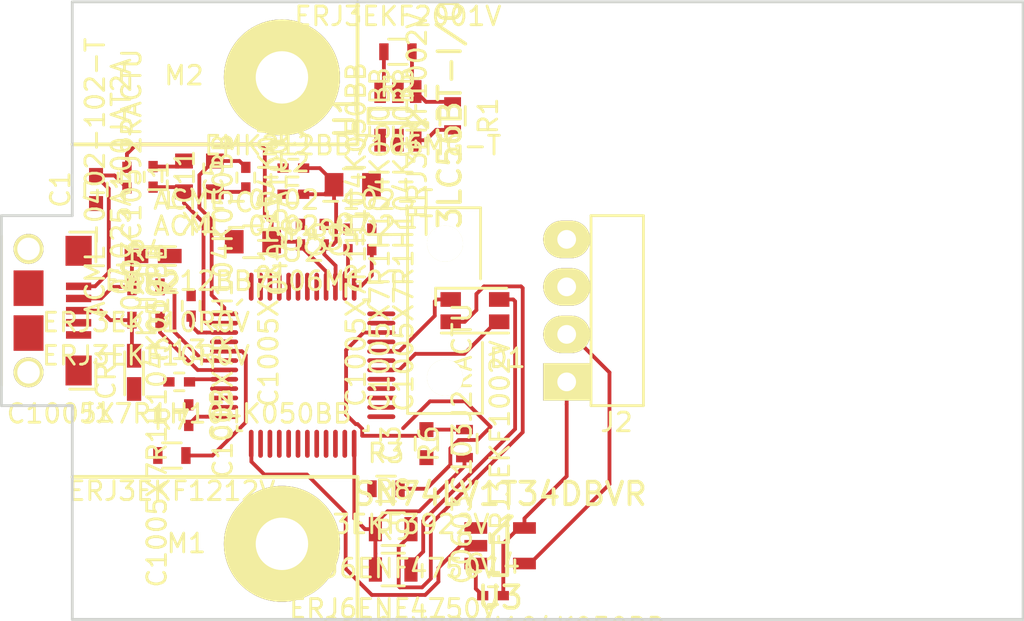
<source format=kicad_pcb>
(kicad_pcb (version 4) (host pcbnew 4.0.1-stable)

  (general
    (links 94)
    (no_connects 94)
    (area 123.045 45.9843 181.685001 128.2696)
    (thickness 1.6)
    (drawings 12)
    (tracks 190)
    (zones 0)
    (modules 37)
    (nets 46)
  )

  (page A4)
  (layers
    (0 F.Cu signal)
    (31 B.Cu signal)
    (32 B.Adhes user)
    (33 F.Adhes user)
    (34 B.Paste user)
    (35 F.Paste user)
    (36 B.SilkS user)
    (37 F.SilkS user)
    (38 B.Mask user)
    (39 F.Mask user)
    (40 Dwgs.User user)
    (41 Cmts.User user)
    (42 Eco1.User user)
    (43 Eco2.User user)
    (44 Edge.Cuts user)
    (45 Margin user)
    (46 B.CrtYd user)
    (47 F.CrtYd user)
    (48 B.Fab user)
    (49 F.Fab user)
  )

  (setup
    (last_trace_width 0.2032)
    (trace_clearance 0.2032)
    (zone_clearance 0.508)
    (zone_45_only no)
    (trace_min 0.1524)
    (segment_width 0.2)
    (edge_width 0.15)
    (via_size 0.762)
    (via_drill 0.4064)
    (via_min_size 0.508)
    (via_min_drill 0.2032)
    (uvia_size 0.3)
    (uvia_drill 0.1)
    (uvias_allowed no)
    (uvia_min_size 0.2)
    (uvia_min_drill 0.1)
    (pcb_text_width 0.3)
    (pcb_text_size 1.5 1.5)
    (mod_edge_width 0.15)
    (mod_text_size 1 1)
    (mod_text_width 0.15)
    (pad_size 1.524 1.524)
    (pad_drill 0.762)
    (pad_to_mask_clearance 0.2)
    (aux_axis_origin 0 0)
    (visible_elements 7FFCFFFF)
    (pcbplotparams
      (layerselection 0x00030_80000001)
      (usegerberextensions false)
      (excludeedgelayer true)
      (linewidth 0.100000)
      (plotframeref false)
      (viasonmask false)
      (mode 1)
      (useauxorigin false)
      (hpglpennumber 1)
      (hpglpenspeed 20)
      (hpglpendiameter 15)
      (hpglpenoverlay 2)
      (psnegative false)
      (psa4output false)
      (plotreference true)
      (plotvalue true)
      (plotinvisibletext false)
      (padsonsilk false)
      (subtractmaskfromsilk false)
      (outputformat 1)
      (mirror false)
      (drillshape 1)
      (scaleselection 1)
      (outputdirectory ""))
  )

  (net 0 "")
  (net 1 GND)
  (net 2 "Net-(C1-Pad2)")
  (net 3 /VBUS)
  (net 4 "Net-(C3-Pad2)")
  (net 5 "Net-(C5-Pad2)")
  (net 6 "Net-(C6-Pad1)")
  (net 7 /VCCD)
  (net 8 "Net-(C9-Pad1)")
  (net 9 /VPHY)
  (net 10 "Net-(C11-Pad2)")
  (net 11 /VPLL)
  (net 12 "Net-(CR1-Pad1)")
  (net 13 "Net-(CR2-Pad1)")
  (net 14 "Net-(D1-Pad1)")
  (net 15 "Net-(D1-Pad2)")
  (net 16 "Net-(D1-Pad3)")
  (net 17 "Net-(D1-Pad4)")
  (net 18 "Net-(J1-Pad4)")
  (net 19 /EE_DO)
  (net 20 /EE_DATA)
  (net 21 /VBUSDTCT)
  (net 22 "Net-(R4-Pad2)")
  (net 23 "Net-(R5-Pad2)")
  (net 24 "Net-(R7-Pad2)")
  (net 25 /EE_CS)
  (net 26 /EE_CLK)
  (net 27 /UART_TX)
  (net 28 /UART_RX)
  (net 29 "Net-(U2-Pad15)")
  (net 30 "Net-(U2-Pad16)")
  (net 31 "Net-(U2-Pad17)")
  (net 32 "Net-(U2-Pad18)")
  (net 33 "Net-(U2-Pad19)")
  (net 34 "Net-(U2-Pad20)")
  (net 35 "Net-(U2-Pad21)")
  (net 36 "Net-(U2-Pad25)")
  (net 37 "Net-(U2-Pad26)")
  (net 38 "Net-(U2-Pad27)")
  (net 39 "Net-(U2-Pad28)")
  (net 40 "Net-(U2-Pad29)")
  (net 41 "Net-(U2-Pad33)")
  (net 42 "Net-(U2-Pad13)")
  (net 43 "Net-(U3-Pad1)")
  (net 44 "Net-(M1-Pad1)")
  (net 45 "Net-(M2-Pad1)")

  (net_class Default "This is the default net class."
    (clearance 0.2032)
    (trace_width 0.2032)
    (via_dia 0.762)
    (via_drill 0.4064)
    (uvia_dia 0.3)
    (uvia_drill 0.1)
    (add_net /EE_CLK)
    (add_net /EE_CS)
    (add_net /EE_DATA)
    (add_net /EE_DO)
    (add_net /UART_RX)
    (add_net /UART_TX)
    (add_net /VBUS)
    (add_net /VBUSDTCT)
    (add_net /VCCD)
    (add_net /VPHY)
    (add_net /VPLL)
    (add_net GND)
    (add_net "Net-(C1-Pad2)")
    (add_net "Net-(C11-Pad2)")
    (add_net "Net-(C3-Pad2)")
    (add_net "Net-(C5-Pad2)")
    (add_net "Net-(C6-Pad1)")
    (add_net "Net-(C9-Pad1)")
    (add_net "Net-(CR1-Pad1)")
    (add_net "Net-(CR2-Pad1)")
    (add_net "Net-(D1-Pad1)")
    (add_net "Net-(D1-Pad2)")
    (add_net "Net-(D1-Pad3)")
    (add_net "Net-(D1-Pad4)")
    (add_net "Net-(J1-Pad4)")
    (add_net "Net-(M1-Pad1)")
    (add_net "Net-(M2-Pad1)")
    (add_net "Net-(R4-Pad2)")
    (add_net "Net-(R5-Pad2)")
    (add_net "Net-(R7-Pad2)")
    (add_net "Net-(U2-Pad13)")
    (add_net "Net-(U2-Pad15)")
    (add_net "Net-(U2-Pad16)")
    (add_net "Net-(U2-Pad17)")
    (add_net "Net-(U2-Pad18)")
    (add_net "Net-(U2-Pad19)")
    (add_net "Net-(U2-Pad20)")
    (add_net "Net-(U2-Pad21)")
    (add_net "Net-(U2-Pad25)")
    (add_net "Net-(U2-Pad26)")
    (add_net "Net-(U2-Pad27)")
    (add_net "Net-(U2-Pad28)")
    (add_net "Net-(U2-Pad29)")
    (add_net "Net-(U2-Pad33)")
    (add_net "Net-(U3-Pad1)")
  )

  (module Standard_Footprints:C0603 (layer F.Cu) (tedit 54B0D037) (tstamp 56C7DC6C)
    (at 132.08 102.743 90)
    (descr "Capacitor SMD 0603, reflow soldering, AVX (see smccp.pdf)")
    (tags "capacitor 0603")
    (path /56C8499E)
    (attr smd)
    (fp_text reference C1 (at 0 -1.9 90) (layer F.SilkS)
      (effects (font (size 1 1) (thickness 0.15)))
    )
    (fp_text value C0603C103J2RACTU (at 0 1.9 90) (layer F.SilkS)
      (effects (font (size 1 1) (thickness 0.15)))
    )
    (fp_line (start -1.45 -0.75) (end 1.45 -0.75) (layer F.CrtYd) (width 0.05))
    (fp_line (start -1.45 0.75) (end 1.45 0.75) (layer F.CrtYd) (width 0.05))
    (fp_line (start -1.45 -0.75) (end -1.45 0.75) (layer F.CrtYd) (width 0.05))
    (fp_line (start 1.45 -0.75) (end 1.45 0.75) (layer F.CrtYd) (width 0.05))
    (fp_line (start -0.35 -0.6) (end 0.35 -0.6) (layer F.SilkS) (width 0.15))
    (fp_line (start 0.35 0.6) (end -0.35 0.6) (layer F.SilkS) (width 0.15))
    (pad 1 smd rect (at -0.75 0 90) (size 0.8 0.75) (layers F.Cu F.Paste F.Mask)
      (net 1 GND))
    (pad 2 smd rect (at 0.75 0 90) (size 0.8 0.75) (layers F.Cu F.Paste F.Mask)
      (net 2 "Net-(C1-Pad2)"))
    (model Capacitors_SMD/C_0603.wrl
      (at (xyz 0 0 0))
      (scale (xyz 1 1 1))
      (rotate (xyz 0 0 0))
    )
  )

  (module Standard_Footprints:C0402 (layer F.Cu) (tedit 54B0CBA7) (tstamp 56C7DC78)
    (at 143.002 105.156 270)
    (descr "Capacitor SMD 0402, reflow soldering, AVX (see smccp.pdf)")
    (tags "capacitor 0402")
    (path /56C8587E)
    (attr smd)
    (fp_text reference C2 (at 0 -1.7 270) (layer F.SilkS)
      (effects (font (size 1 1) (thickness 0.15)))
    )
    (fp_text value C1005X7R1H104K050BB (at 0 1.7 270) (layer F.SilkS)
      (effects (font (size 1 1) (thickness 0.15)))
    )
    (fp_line (start -1.15 -0.6) (end 1.15 -0.6) (layer F.CrtYd) (width 0.05))
    (fp_line (start -1.15 0.6) (end 1.15 0.6) (layer F.CrtYd) (width 0.05))
    (fp_line (start -1.15 -0.6) (end -1.15 0.6) (layer F.CrtYd) (width 0.05))
    (fp_line (start 1.15 -0.6) (end 1.15 0.6) (layer F.CrtYd) (width 0.05))
    (fp_line (start 0.25 -0.475) (end -0.25 -0.475) (layer F.SilkS) (width 0.15))
    (fp_line (start -0.25 0.475) (end 0.25 0.475) (layer F.SilkS) (width 0.15))
    (pad 1 smd rect (at -0.55 0 270) (size 0.6 0.5) (layers F.Cu F.Paste F.Mask)
      (net 1 GND))
    (pad 2 smd rect (at 0.55 0 270) (size 0.6 0.5) (layers F.Cu F.Paste F.Mask)
      (net 3 /VBUS))
    (model Capacitors_SMD/C_0402.wrl
      (at (xyz 0 0 0))
      (scale (xyz 1 1 1))
      (rotate (xyz 0 0 0))
    )
  )

  (module Standard_Footprints:C0603 (layer F.Cu) (tedit 54B0D037) (tstamp 56C7DC84)
    (at 149.733 116.332 90)
    (descr "Capacitor SMD 0603, reflow soldering, AVX (see smccp.pdf)")
    (tags "capacitor 0603")
    (path /56C8B419)
    (attr smd)
    (fp_text reference C3 (at 0 -1.9 90) (layer F.SilkS)
      (effects (font (size 1 1) (thickness 0.15)))
    )
    (fp_text value C0603C103J2RACTU (at 0 1.9 90) (layer F.SilkS)
      (effects (font (size 1 1) (thickness 0.15)))
    )
    (fp_line (start -1.45 -0.75) (end 1.45 -0.75) (layer F.CrtYd) (width 0.05))
    (fp_line (start -1.45 0.75) (end 1.45 0.75) (layer F.CrtYd) (width 0.05))
    (fp_line (start -1.45 -0.75) (end -1.45 0.75) (layer F.CrtYd) (width 0.05))
    (fp_line (start 1.45 -0.75) (end 1.45 0.75) (layer F.CrtYd) (width 0.05))
    (fp_line (start -0.35 -0.6) (end 0.35 -0.6) (layer F.SilkS) (width 0.15))
    (fp_line (start 0.35 0.6) (end -0.35 0.6) (layer F.SilkS) (width 0.15))
    (pad 1 smd rect (at -0.75 0 90) (size 0.8 0.75) (layers F.Cu F.Paste F.Mask)
      (net 1 GND))
    (pad 2 smd rect (at 0.75 0 90) (size 0.8 0.75) (layers F.Cu F.Paste F.Mask)
      (net 4 "Net-(C3-Pad2)"))
    (model Capacitors_SMD/C_0603.wrl
      (at (xyz 0 0 0))
      (scale (xyz 1 1 1))
      (rotate (xyz 0 0 0))
    )
  )

  (module Standard_Footprints:C0805 (layer F.Cu) (tedit 54B0CF93) (tstamp 56C7DC90)
    (at 140.462 105.537)
    (descr "Capacitor SMD 0805, reflow soldering, AVX (see smccp.pdf)")
    (tags "capacitor 0805")
    (path /56C855D9)
    (attr smd)
    (fp_text reference C4 (at 0 -2.1) (layer F.SilkS)
      (effects (font (size 1 1) (thickness 0.15)))
    )
    (fp_text value EMK212BB7106MG-T (at 0 2.1) (layer F.SilkS)
      (effects (font (size 1 1) (thickness 0.15)))
    )
    (fp_line (start -1.8 -1) (end 1.8 -1) (layer F.CrtYd) (width 0.05))
    (fp_line (start -1.8 1) (end 1.8 1) (layer F.CrtYd) (width 0.05))
    (fp_line (start -1.8 -1) (end -1.8 1) (layer F.CrtYd) (width 0.05))
    (fp_line (start 1.8 -1) (end 1.8 1) (layer F.CrtYd) (width 0.05))
    (fp_line (start 0.5 -0.85) (end -0.5 -0.85) (layer F.SilkS) (width 0.15))
    (fp_line (start -0.5 0.85) (end 0.5 0.85) (layer F.SilkS) (width 0.15))
    (pad 1 smd rect (at -1 0) (size 1 1.25) (layers F.Cu F.Paste F.Mask)
      (net 1 GND))
    (pad 2 smd rect (at 1 0) (size 1 1.25) (layers F.Cu F.Paste F.Mask)
      (net 3 /VBUS))
    (model Capacitors_SMD/C_0805.wrl
      (at (xyz 0 0 0))
      (scale (xyz 1 1 1))
      (rotate (xyz 0 0 0))
    )
  )

  (module Standard_Footprints:C0402 (layer F.Cu) (tedit 54B0CBA7) (tstamp 56C7DC9C)
    (at 140.081 102.108 90)
    (descr "Capacitor SMD 0402, reflow soldering, AVX (see smccp.pdf)")
    (tags "capacitor 0402")
    (path /56C9AE48)
    (attr smd)
    (fp_text reference C5 (at 0 -1.7 90) (layer F.SilkS)
      (effects (font (size 1 1) (thickness 0.15)))
    )
    (fp_text value 04025A100JAT2A (at 0 1.7 90) (layer F.SilkS)
      (effects (font (size 1 1) (thickness 0.15)))
    )
    (fp_line (start -1.15 -0.6) (end 1.15 -0.6) (layer F.CrtYd) (width 0.05))
    (fp_line (start -1.15 0.6) (end 1.15 0.6) (layer F.CrtYd) (width 0.05))
    (fp_line (start -1.15 -0.6) (end -1.15 0.6) (layer F.CrtYd) (width 0.05))
    (fp_line (start 1.15 -0.6) (end 1.15 0.6) (layer F.CrtYd) (width 0.05))
    (fp_line (start 0.25 -0.475) (end -0.25 -0.475) (layer F.SilkS) (width 0.15))
    (fp_line (start -0.25 0.475) (end 0.25 0.475) (layer F.SilkS) (width 0.15))
    (pad 1 smd rect (at -0.55 0 90) (size 0.6 0.5) (layers F.Cu F.Paste F.Mask)
      (net 1 GND))
    (pad 2 smd rect (at 0.55 0 90) (size 0.6 0.5) (layers F.Cu F.Paste F.Mask)
      (net 5 "Net-(C5-Pad2)"))
    (model Capacitors_SMD/C_0402.wrl
      (at (xyz 0 0 0))
      (scale (xyz 1 1 1))
      (rotate (xyz 0 0 0))
    )
  )

  (module Standard_Footprints:C0402 (layer F.Cu) (tedit 54B0CBA7) (tstamp 56C7DCA8)
    (at 145.542 105.41 90)
    (descr "Capacitor SMD 0402, reflow soldering, AVX (see smccp.pdf)")
    (tags "capacitor 0402")
    (path /56C897CC)
    (attr smd)
    (fp_text reference C6 (at 0 -1.7 90) (layer F.SilkS)
      (effects (font (size 1 1) (thickness 0.15)))
    )
    (fp_text value C1005X7R1H104K050BB (at 0 1.7 90) (layer F.SilkS)
      (effects (font (size 1 1) (thickness 0.15)))
    )
    (fp_line (start -1.15 -0.6) (end 1.15 -0.6) (layer F.CrtYd) (width 0.05))
    (fp_line (start -1.15 0.6) (end 1.15 0.6) (layer F.CrtYd) (width 0.05))
    (fp_line (start -1.15 -0.6) (end -1.15 0.6) (layer F.CrtYd) (width 0.05))
    (fp_line (start 1.15 -0.6) (end 1.15 0.6) (layer F.CrtYd) (width 0.05))
    (fp_line (start 0.25 -0.475) (end -0.25 -0.475) (layer F.SilkS) (width 0.15))
    (fp_line (start -0.25 0.475) (end 0.25 0.475) (layer F.SilkS) (width 0.15))
    (pad 1 smd rect (at -0.55 0 90) (size 0.6 0.5) (layers F.Cu F.Paste F.Mask)
      (net 6 "Net-(C6-Pad1)"))
    (pad 2 smd rect (at 0.55 0 90) (size 0.6 0.5) (layers F.Cu F.Paste F.Mask)
      (net 1 GND))
    (model Capacitors_SMD/C_0402.wrl
      (at (xyz 0 0 0))
      (scale (xyz 1 1 1))
      (rotate (xyz 0 0 0))
    )
  )

  (module Standard_Footprints:C0805 (layer F.Cu) (tedit 54B0CF93) (tstamp 56C7DCB4)
    (at 145.796 102.489 180)
    (descr "Capacitor SMD 0805, reflow soldering, AVX (see smccp.pdf)")
    (tags "capacitor 0805")
    (path /56C8A547)
    (attr smd)
    (fp_text reference C7 (at 0 -2.1 180) (layer F.SilkS)
      (effects (font (size 1 1) (thickness 0.15)))
    )
    (fp_text value EMK212BB7106MG-T (at 0 2.1 180) (layer F.SilkS)
      (effects (font (size 1 1) (thickness 0.15)))
    )
    (fp_line (start -1.8 -1) (end 1.8 -1) (layer F.CrtYd) (width 0.05))
    (fp_line (start -1.8 1) (end 1.8 1) (layer F.CrtYd) (width 0.05))
    (fp_line (start -1.8 -1) (end -1.8 1) (layer F.CrtYd) (width 0.05))
    (fp_line (start 1.8 -1) (end 1.8 1) (layer F.CrtYd) (width 0.05))
    (fp_line (start 0.5 -0.85) (end -0.5 -0.85) (layer F.SilkS) (width 0.15))
    (fp_line (start -0.5 0.85) (end 0.5 0.85) (layer F.SilkS) (width 0.15))
    (pad 1 smd rect (at -1 0 180) (size 1 1.25) (layers F.Cu F.Paste F.Mask)
      (net 1 GND))
    (pad 2 smd rect (at 1 0 180) (size 1 1.25) (layers F.Cu F.Paste F.Mask)
      (net 7 /VCCD))
    (model Capacitors_SMD/C_0805.wrl
      (at (xyz 0 0 0))
      (scale (xyz 1 1 1))
      (rotate (xyz 0 0 0))
    )
  )

  (module Standard_Footprints:C0402 (layer F.Cu) (tedit 54B0CBA7) (tstamp 56C7DCC0)
    (at 144.272 105.156 90)
    (descr "Capacitor SMD 0402, reflow soldering, AVX (see smccp.pdf)")
    (tags "capacitor 0402")
    (path /56C8958C)
    (attr smd)
    (fp_text reference C8 (at 0 -1.7 90) (layer F.SilkS)
      (effects (font (size 1 1) (thickness 0.15)))
    )
    (fp_text value C1005X7R1H104K050BB (at 0 1.7 90) (layer F.SilkS)
      (effects (font (size 1 1) (thickness 0.15)))
    )
    (fp_line (start -1.15 -0.6) (end 1.15 -0.6) (layer F.CrtYd) (width 0.05))
    (fp_line (start -1.15 0.6) (end 1.15 0.6) (layer F.CrtYd) (width 0.05))
    (fp_line (start -1.15 -0.6) (end -1.15 0.6) (layer F.CrtYd) (width 0.05))
    (fp_line (start 1.15 -0.6) (end 1.15 0.6) (layer F.CrtYd) (width 0.05))
    (fp_line (start 0.25 -0.475) (end -0.25 -0.475) (layer F.SilkS) (width 0.15))
    (fp_line (start -0.25 0.475) (end 0.25 0.475) (layer F.SilkS) (width 0.15))
    (pad 1 smd rect (at -0.55 0 90) (size 0.6 0.5) (layers F.Cu F.Paste F.Mask)
      (net 7 /VCCD))
    (pad 2 smd rect (at 0.55 0 90) (size 0.6 0.5) (layers F.Cu F.Paste F.Mask)
      (net 1 GND))
    (model Capacitors_SMD/C_0402.wrl
      (at (xyz 0 0 0))
      (scale (xyz 1 1 1))
      (rotate (xyz 0 0 0))
    )
  )

  (module Standard_Footprints:C0402 (layer F.Cu) (tedit 54B0CBA7) (tstamp 56C7DCCC)
    (at 146.812 105.41 90)
    (descr "Capacitor SMD 0402, reflow soldering, AVX (see smccp.pdf)")
    (tags "capacitor 0402")
    (path /56C89AD3)
    (attr smd)
    (fp_text reference C9 (at 0 -1.7 90) (layer F.SilkS)
      (effects (font (size 1 1) (thickness 0.15)))
    )
    (fp_text value C1005X7R1H104K050BB (at 0 1.7 90) (layer F.SilkS)
      (effects (font (size 1 1) (thickness 0.15)))
    )
    (fp_line (start -1.15 -0.6) (end 1.15 -0.6) (layer F.CrtYd) (width 0.05))
    (fp_line (start -1.15 0.6) (end 1.15 0.6) (layer F.CrtYd) (width 0.05))
    (fp_line (start -1.15 -0.6) (end -1.15 0.6) (layer F.CrtYd) (width 0.05))
    (fp_line (start 1.15 -0.6) (end 1.15 0.6) (layer F.CrtYd) (width 0.05))
    (fp_line (start 0.25 -0.475) (end -0.25 -0.475) (layer F.SilkS) (width 0.15))
    (fp_line (start -0.25 0.475) (end 0.25 0.475) (layer F.SilkS) (width 0.15))
    (pad 1 smd rect (at -0.55 0 90) (size 0.6 0.5) (layers F.Cu F.Paste F.Mask)
      (net 8 "Net-(C9-Pad1)"))
    (pad 2 smd rect (at 0.55 0 90) (size 0.6 0.5) (layers F.Cu F.Paste F.Mask)
      (net 1 GND))
    (model Capacitors_SMD/C_0402.wrl
      (at (xyz 0 0 0))
      (scale (xyz 1 1 1))
      (rotate (xyz 0 0 0))
    )
  )

  (module Standard_Footprints:C0402 (layer F.Cu) (tedit 54B0CBA7) (tstamp 56C7DCD8)
    (at 137.16 108.966 90)
    (descr "Capacitor SMD 0402, reflow soldering, AVX (see smccp.pdf)")
    (tags "capacitor 0402")
    (path /56C8741D)
    (attr smd)
    (fp_text reference C10 (at 0 -1.7 90) (layer F.SilkS)
      (effects (font (size 1 1) (thickness 0.15)))
    )
    (fp_text value C1005X7R1H104K050BB (at 0 1.7 90) (layer F.SilkS)
      (effects (font (size 1 1) (thickness 0.15)))
    )
    (fp_line (start -1.15 -0.6) (end 1.15 -0.6) (layer F.CrtYd) (width 0.05))
    (fp_line (start -1.15 0.6) (end 1.15 0.6) (layer F.CrtYd) (width 0.05))
    (fp_line (start -1.15 -0.6) (end -1.15 0.6) (layer F.CrtYd) (width 0.05))
    (fp_line (start 1.15 -0.6) (end 1.15 0.6) (layer F.CrtYd) (width 0.05))
    (fp_line (start 0.25 -0.475) (end -0.25 -0.475) (layer F.SilkS) (width 0.15))
    (fp_line (start -0.25 0.475) (end 0.25 0.475) (layer F.SilkS) (width 0.15))
    (pad 1 smd rect (at -0.55 0 90) (size 0.6 0.5) (layers F.Cu F.Paste F.Mask)
      (net 9 /VPHY))
    (pad 2 smd rect (at 0.55 0 90) (size 0.6 0.5) (layers F.Cu F.Paste F.Mask)
      (net 1 GND))
    (model Capacitors_SMD/C_0402.wrl
      (at (xyz 0 0 0))
      (scale (xyz 1 1 1))
      (rotate (xyz 0 0 0))
    )
  )

  (module Standard_Footprints:C0402 (layer F.Cu) (tedit 54B0CBA7) (tstamp 56C7DCE4)
    (at 135.128 102.066 270)
    (descr "Capacitor SMD 0402, reflow soldering, AVX (see smccp.pdf)")
    (tags "capacitor 0402")
    (path /56C9CBD1)
    (attr smd)
    (fp_text reference C11 (at 0 -1.7 270) (layer F.SilkS)
      (effects (font (size 1 1) (thickness 0.15)))
    )
    (fp_text value 04025A100JAT2A (at 0 1.7 270) (layer F.SilkS)
      (effects (font (size 1 1) (thickness 0.15)))
    )
    (fp_line (start -1.15 -0.6) (end 1.15 -0.6) (layer F.CrtYd) (width 0.05))
    (fp_line (start -1.15 0.6) (end 1.15 0.6) (layer F.CrtYd) (width 0.05))
    (fp_line (start -1.15 -0.6) (end -1.15 0.6) (layer F.CrtYd) (width 0.05))
    (fp_line (start 1.15 -0.6) (end 1.15 0.6) (layer F.CrtYd) (width 0.05))
    (fp_line (start 0.25 -0.475) (end -0.25 -0.475) (layer F.SilkS) (width 0.15))
    (fp_line (start -0.25 0.475) (end 0.25 0.475) (layer F.SilkS) (width 0.15))
    (pad 1 smd rect (at -0.55 0 270) (size 0.6 0.5) (layers F.Cu F.Paste F.Mask)
      (net 1 GND))
    (pad 2 smd rect (at 0.55 0 270) (size 0.6 0.5) (layers F.Cu F.Paste F.Mask)
      (net 10 "Net-(C11-Pad2)"))
    (model Capacitors_SMD/C_0402.wrl
      (at (xyz 0 0 0))
      (scale (xyz 1 1 1))
      (rotate (xyz 0 0 0))
    )
  )

  (module Standard_Footprints:C0402 (layer F.Cu) (tedit 54B0CBA7) (tstamp 56C7DCF0)
    (at 137.033 114.808 270)
    (descr "Capacitor SMD 0402, reflow soldering, AVX (see smccp.pdf)")
    (tags "capacitor 0402")
    (path /56C8E064)
    (attr smd)
    (fp_text reference C12 (at 0 -1.7 270) (layer F.SilkS)
      (effects (font (size 1 1) (thickness 0.15)))
    )
    (fp_text value C1005X7R1H104K050BB (at 0 1.7 270) (layer F.SilkS)
      (effects (font (size 1 1) (thickness 0.15)))
    )
    (fp_line (start -1.15 -0.6) (end 1.15 -0.6) (layer F.CrtYd) (width 0.05))
    (fp_line (start -1.15 0.6) (end 1.15 0.6) (layer F.CrtYd) (width 0.05))
    (fp_line (start -1.15 -0.6) (end -1.15 0.6) (layer F.CrtYd) (width 0.05))
    (fp_line (start 1.15 -0.6) (end 1.15 0.6) (layer F.CrtYd) (width 0.05))
    (fp_line (start 0.25 -0.475) (end -0.25 -0.475) (layer F.SilkS) (width 0.15))
    (fp_line (start -0.25 0.475) (end 0.25 0.475) (layer F.SilkS) (width 0.15))
    (pad 1 smd rect (at -0.55 0 270) (size 0.6 0.5) (layers F.Cu F.Paste F.Mask)
      (net 1 GND))
    (pad 2 smd rect (at 0.55 0 270) (size 0.6 0.5) (layers F.Cu F.Paste F.Mask)
      (net 7 /VCCD))
    (model Capacitors_SMD/C_0402.wrl
      (at (xyz 0 0 0))
      (scale (xyz 1 1 1))
      (rotate (xyz 0 0 0))
    )
  )

  (module Standard_Footprints:C0402 (layer F.Cu) (tedit 54B0CBA7) (tstamp 56C7DCFC)
    (at 136.525 113.03)
    (descr "Capacitor SMD 0402, reflow soldering, AVX (see smccp.pdf)")
    (tags "capacitor 0402")
    (path /56C87389)
    (attr smd)
    (fp_text reference C13 (at 0 -1.7) (layer F.SilkS)
      (effects (font (size 1 1) (thickness 0.15)))
    )
    (fp_text value C1005X7R1H104K050BB (at 0 1.7) (layer F.SilkS)
      (effects (font (size 1 1) (thickness 0.15)))
    )
    (fp_line (start -1.15 -0.6) (end 1.15 -0.6) (layer F.CrtYd) (width 0.05))
    (fp_line (start -1.15 0.6) (end 1.15 0.6) (layer F.CrtYd) (width 0.05))
    (fp_line (start -1.15 -0.6) (end -1.15 0.6) (layer F.CrtYd) (width 0.05))
    (fp_line (start 1.15 -0.6) (end 1.15 0.6) (layer F.CrtYd) (width 0.05))
    (fp_line (start 0.25 -0.475) (end -0.25 -0.475) (layer F.SilkS) (width 0.15))
    (fp_line (start -0.25 0.475) (end 0.25 0.475) (layer F.SilkS) (width 0.15))
    (pad 1 smd rect (at -0.55 0) (size 0.6 0.5) (layers F.Cu F.Paste F.Mask)
      (net 1 GND))
    (pad 2 smd rect (at 0.55 0) (size 0.6 0.5) (layers F.Cu F.Paste F.Mask)
      (net 11 /VPLL))
    (model Capacitors_SMD/C_0402.wrl
      (at (xyz 0 0 0))
      (scale (xyz 1 1 1))
      (rotate (xyz 0 0 0))
    )
  )

  (module Littelfuse_Footprints:PGB1_01_0603 (layer F.Cu) (tedit 56C76875) (tstamp 56C7DD04)
    (at 134.112 112.522 270)
    (path /56C7A590)
    (fp_text reference CR1 (at 0 1.5 270) (layer F.SilkS)
      (effects (font (size 1 1) (thickness 0.15)))
    )
    (fp_text value PGB1010603MR (at 0 2.9 270) (layer F.Fab)
      (effects (font (size 1 1) (thickness 0.15)))
    )
    (fp_line (start -1.1 -0.5) (end 1.2 -0.5) (layer F.SilkS) (width 0.15))
    (fp_line (start -1.1 0.5) (end 1.2 0.5) (layer F.SilkS) (width 0.15))
    (pad 1 smd rect (at -0.889 0 270) (size 1.27 0.762) (layers F.Cu F.Paste F.Mask)
      (net 12 "Net-(CR1-Pad1)"))
    (pad 2 smd rect (at 0.889 0 270) (size 1.27 0.762) (layers F.Cu F.Paste F.Mask)
      (net 1 GND))
  )

  (module Littelfuse_Footprints:PGB1_01_0603 (layer F.Cu) (tedit 56C76875) (tstamp 56C7DD0C)
    (at 135.128 106.299)
    (path /56C7C75A)
    (fp_text reference CR2 (at 0 1.5) (layer F.SilkS)
      (effects (font (size 1 1) (thickness 0.15)))
    )
    (fp_text value PGB1010603MR (at 0 2.9) (layer F.Fab)
      (effects (font (size 1 1) (thickness 0.15)))
    )
    (fp_line (start -1.1 -0.5) (end 1.2 -0.5) (layer F.SilkS) (width 0.15))
    (fp_line (start -1.1 0.5) (end 1.2 0.5) (layer F.SilkS) (width 0.15))
    (pad 1 smd rect (at -0.889 0) (size 1.27 0.762) (layers F.Cu F.Paste F.Mask)
      (net 13 "Net-(CR2-Pad1)"))
    (pad 2 smd rect (at 0.889 0) (size 1.27 0.762) (layers F.Cu F.Paste F.Mask)
      (net 1 GND))
  )

  (module Dialight_Footprints:PLCC-4_515-114 (layer F.Cu) (tedit 56C74F11) (tstamp 56C7DD1E)
    (at 152.3238 109.22 270)
    (descr C:\Users\Chris\VendorData\dialight\C17211.pdf)
    (path /56C7AA8B)
    (fp_text reference D1 (at 2.54 -1.7272 360) (layer F.SilkS)
      (effects (font (size 1 1) (thickness 0.15)))
    )
    (fp_text value 597-7731-207F/515-1141-250F (at 0 4.9 270) (layer F.Fab)
      (effects (font (size 1 1) (thickness 0.15)))
    )
    (fp_line (start 5.5 -0.4) (end 1.7 -0.4) (layer F.SilkS) (width 0.15))
    (fp_line (start 5.5 -0.4) (end 5.5 3.6) (layer F.SilkS) (width 0.15))
    (fp_line (start 5.5 3.6) (end -5.5 3.6) (layer F.SilkS) (width 0.15))
    (fp_line (start -5.5 3.6) (end -5.5 -0.3) (layer F.SilkS) (width 0.15))
    (fp_line (start -5.5 -0.3) (end -1.7 -0.3) (layer F.SilkS) (width 0.15))
    (fp_line (start 1.2 -1.8) (end 1.2 1.8) (layer F.SilkS) (width 0.15))
    (fp_line (start -1.2 -1.7) (end -1.2 2.1) (layer F.SilkS) (width 0.15))
    (fp_line (start -1.2 2.1) (end -0.3 2.1) (layer F.SilkS) (width 0.15))
    (pad 1 connect rect (at -0.5969 1.2954 270) (size 0.7874 1.0922) (layers F.Cu F.Mask)
      (net 14 "Net-(D1-Pad1)"))
    (pad 2 connect rect (at -0.5969 -1.2954 270) (size 0.7874 1.0922) (layers F.Cu F.Mask)
      (net 15 "Net-(D1-Pad2)"))
    (pad 3 connect rect (at 0.5969 -1.2954 270) (size 0.7874 1.0922) (layers F.Cu F.Mask)
      (net 16 "Net-(D1-Pad3)"))
    (pad 4 connect rect (at 0.5969 1.2954 270) (size 0.7874 1.0922) (layers F.Cu F.Mask)
      (net 17 "Net-(D1-Pad4)"))
    (pad "" np_thru_hole circle (at 3.5814 1.6002 270) (size 1.9304 1.9304) (drill 1.9304) (layers *.Cu *.Mask F.SilkS))
    (pad "" np_thru_hole circle (at -3.5814 1.6002 270) (size 1.9304 1.9304) (drill 1.9304) (layers *.Cu *.Mask F.SilkS))
  )

  (module Standard_Footprints:C0402 (layer F.Cu) (tedit 54B0CBA7) (tstamp 56C7DD40)
    (at 133.731 102.108 270)
    (descr "Capacitor SMD 0402, reflow soldering, AVX (see smccp.pdf)")
    (tags "capacitor 0402")
    (path /56C84564)
    (attr smd)
    (fp_text reference L1 (at 0 -1.7 270) (layer F.SilkS)
      (effects (font (size 1 1) (thickness 0.15)))
    )
    (fp_text value ACML-0402-102-T (at 0 1.7 270) (layer F.SilkS)
      (effects (font (size 1 1) (thickness 0.15)))
    )
    (fp_line (start -1.15 -0.6) (end 1.15 -0.6) (layer F.CrtYd) (width 0.05))
    (fp_line (start -1.15 0.6) (end 1.15 0.6) (layer F.CrtYd) (width 0.05))
    (fp_line (start -1.15 -0.6) (end -1.15 0.6) (layer F.CrtYd) (width 0.05))
    (fp_line (start 1.15 -0.6) (end 1.15 0.6) (layer F.CrtYd) (width 0.05))
    (fp_line (start 0.25 -0.475) (end -0.25 -0.475) (layer F.SilkS) (width 0.15))
    (fp_line (start -0.25 0.475) (end 0.25 0.475) (layer F.SilkS) (width 0.15))
    (pad 1 smd rect (at -0.55 0 270) (size 0.6 0.5) (layers F.Cu F.Paste F.Mask)
      (net 3 /VBUS))
    (pad 2 smd rect (at 0.55 0 270) (size 0.6 0.5) (layers F.Cu F.Paste F.Mask)
      (net 2 "Net-(C1-Pad2)"))
    (model Capacitors_SMD/C_0402.wrl
      (at (xyz 0 0 0))
      (scale (xyz 1 1 1))
      (rotate (xyz 0 0 0))
    )
  )

  (module Standard_Footprints:C0402 (layer F.Cu) (tedit 54B0CBA7) (tstamp 56C7DD4C)
    (at 142.621 102.997)
    (descr "Capacitor SMD 0402, reflow soldering, AVX (see smccp.pdf)")
    (tags "capacitor 0402")
    (path /56C87BD9)
    (attr smd)
    (fp_text reference L2 (at 0 -1.7) (layer F.SilkS)
      (effects (font (size 1 1) (thickness 0.15)))
    )
    (fp_text value ACML-0402-102-T (at 0 1.7) (layer F.SilkS)
      (effects (font (size 1 1) (thickness 0.15)))
    )
    (fp_line (start -1.15 -0.6) (end 1.15 -0.6) (layer F.CrtYd) (width 0.05))
    (fp_line (start -1.15 0.6) (end 1.15 0.6) (layer F.CrtYd) (width 0.05))
    (fp_line (start -1.15 -0.6) (end -1.15 0.6) (layer F.CrtYd) (width 0.05))
    (fp_line (start 1.15 -0.6) (end 1.15 0.6) (layer F.CrtYd) (width 0.05))
    (fp_line (start 0.25 -0.475) (end -0.25 -0.475) (layer F.SilkS) (width 0.15))
    (fp_line (start -0.25 0.475) (end 0.25 0.475) (layer F.SilkS) (width 0.15))
    (pad 1 smd rect (at -0.55 0) (size 0.6 0.5) (layers F.Cu F.Paste F.Mask)
      (net 11 /VPLL))
    (pad 2 smd rect (at 0.55 0) (size 0.6 0.5) (layers F.Cu F.Paste F.Mask)
      (net 7 /VCCD))
    (model Capacitors_SMD/C_0402.wrl
      (at (xyz 0 0 0))
      (scale (xyz 1 1 1))
      (rotate (xyz 0 0 0))
    )
  )

  (module Standard_Footprints:C0402 (layer F.Cu) (tedit 54B0CBA7) (tstamp 56C7DD58)
    (at 142.621 101.6)
    (descr "Capacitor SMD 0402, reflow soldering, AVX (see smccp.pdf)")
    (tags "capacitor 0402")
    (path /56C87845)
    (attr smd)
    (fp_text reference L3 (at 0 -1.7) (layer F.SilkS)
      (effects (font (size 1 1) (thickness 0.15)))
    )
    (fp_text value ACML-0402-102-T (at 0 1.7) (layer F.SilkS)
      (effects (font (size 1 1) (thickness 0.15)))
    )
    (fp_line (start -1.15 -0.6) (end 1.15 -0.6) (layer F.CrtYd) (width 0.05))
    (fp_line (start -1.15 0.6) (end 1.15 0.6) (layer F.CrtYd) (width 0.05))
    (fp_line (start -1.15 -0.6) (end -1.15 0.6) (layer F.CrtYd) (width 0.05))
    (fp_line (start 1.15 -0.6) (end 1.15 0.6) (layer F.CrtYd) (width 0.05))
    (fp_line (start 0.25 -0.475) (end -0.25 -0.475) (layer F.SilkS) (width 0.15))
    (fp_line (start -0.25 0.475) (end 0.25 0.475) (layer F.SilkS) (width 0.15))
    (pad 1 smd rect (at -0.55 0) (size 0.6 0.5) (layers F.Cu F.Paste F.Mask)
      (net 9 /VPHY))
    (pad 2 smd rect (at 0.55 0) (size 0.6 0.5) (layers F.Cu F.Paste F.Mask)
      (net 7 /VCCD))
    (model Capacitors_SMD/C_0402.wrl
      (at (xyz 0 0 0))
      (scale (xyz 1 1 1))
      (rotate (xyz 0 0 0))
    )
  )

  (module Standard_Footprints:R0603 (layer F.Cu) (tedit 54B0CB38) (tstamp 56C7DD64)
    (at 151.13 98.806 270)
    (descr "Resistor SMD 0603, reflow soldering, Vishay (see dcrcw.pdf)")
    (tags "resistor 0603")
    (path /56C7D4C7)
    (attr smd)
    (fp_text reference R1 (at 0 -1.9 270) (layer F.SilkS)
      (effects (font (size 1 1) (thickness 0.15)))
    )
    (fp_text value ERJ3EKF1002V (at 0 1.9 270) (layer F.SilkS)
      (effects (font (size 1 1) (thickness 0.15)))
    )
    (fp_line (start -1.3 -0.8) (end 1.3 -0.8) (layer F.CrtYd) (width 0.05))
    (fp_line (start -1.3 0.8) (end 1.3 0.8) (layer F.CrtYd) (width 0.05))
    (fp_line (start -1.3 -0.8) (end -1.3 0.8) (layer F.CrtYd) (width 0.05))
    (fp_line (start 1.3 -0.8) (end 1.3 0.8) (layer F.CrtYd) (width 0.05))
    (fp_line (start 0.5 0.675) (end -0.5 0.675) (layer F.SilkS) (width 0.15))
    (fp_line (start -0.5 -0.675) (end 0.5 -0.675) (layer F.SilkS) (width 0.15))
    (pad 1 smd rect (at -0.75 0 270) (size 0.5 0.9) (layers F.Cu F.Paste F.Mask)
      (net 19 /EE_DO))
    (pad 2 smd rect (at 0.75 0 270) (size 0.5 0.9) (layers F.Cu F.Paste F.Mask)
      (net 7 /VCCD))
    (model Resistors_SMD/R_0603.wrl
      (at (xyz 0 0 0))
      (scale (xyz 1 1 1))
      (rotate (xyz 0 0 0))
    )
  )

  (module Standard_Footprints:R0603 (layer F.Cu) (tedit 54B0CB38) (tstamp 56C7DD70)
    (at 148.209 95.377 180)
    (descr "Resistor SMD 0603, reflow soldering, Vishay (see dcrcw.pdf)")
    (tags "resistor 0603")
    (path /56C7D8BD)
    (attr smd)
    (fp_text reference R2 (at 0 -1.9 180) (layer F.SilkS)
      (effects (font (size 1 1) (thickness 0.15)))
    )
    (fp_text value ERJ3EKF2001V (at 0 1.9 180) (layer F.SilkS)
      (effects (font (size 1 1) (thickness 0.15)))
    )
    (fp_line (start -1.3 -0.8) (end 1.3 -0.8) (layer F.CrtYd) (width 0.05))
    (fp_line (start -1.3 0.8) (end 1.3 0.8) (layer F.CrtYd) (width 0.05))
    (fp_line (start -1.3 -0.8) (end -1.3 0.8) (layer F.CrtYd) (width 0.05))
    (fp_line (start 1.3 -0.8) (end 1.3 0.8) (layer F.CrtYd) (width 0.05))
    (fp_line (start 0.5 0.675) (end -0.5 0.675) (layer F.SilkS) (width 0.15))
    (fp_line (start -0.5 -0.675) (end 0.5 -0.675) (layer F.SilkS) (width 0.15))
    (pad 1 smd rect (at -0.75 0 180) (size 0.5 0.9) (layers F.Cu F.Paste F.Mask)
      (net 19 /EE_DO))
    (pad 2 smd rect (at 0.75 0 180) (size 0.5 0.9) (layers F.Cu F.Paste F.Mask)
      (net 20 /EE_DATA))
    (model Resistors_SMD/R_0603.wrl
      (at (xyz 0 0 0))
      (scale (xyz 1 1 1))
      (rotate (xyz 0 0 0))
    )
  )

  (module Standard_Footprints:R0603 (layer F.Cu) (tedit 54B0CB38) (tstamp 56C7DD7C)
    (at 147.574 118.745)
    (descr "Resistor SMD 0603, reflow soldering, Vishay (see dcrcw.pdf)")
    (tags "resistor 0603")
    (path /56C7A7B2)
    (attr smd)
    (fp_text reference R3 (at 0 -1.9) (layer F.SilkS)
      (effects (font (size 1 1) (thickness 0.15)))
    )
    (fp_text value ERJ3EKF3922V (at 0 1.9) (layer F.SilkS)
      (effects (font (size 1 1) (thickness 0.15)))
    )
    (fp_line (start -1.3 -0.8) (end 1.3 -0.8) (layer F.CrtYd) (width 0.05))
    (fp_line (start -1.3 0.8) (end 1.3 0.8) (layer F.CrtYd) (width 0.05))
    (fp_line (start -1.3 -0.8) (end -1.3 0.8) (layer F.CrtYd) (width 0.05))
    (fp_line (start 1.3 -0.8) (end 1.3 0.8) (layer F.CrtYd) (width 0.05))
    (fp_line (start 0.5 0.675) (end -0.5 0.675) (layer F.SilkS) (width 0.15))
    (fp_line (start -0.5 -0.675) (end 0.5 -0.675) (layer F.SilkS) (width 0.15))
    (pad 1 smd rect (at -0.75 0) (size 0.5 0.9) (layers F.Cu F.Paste F.Mask)
      (net 3 /VBUS))
    (pad 2 smd rect (at 0.75 0) (size 0.5 0.9) (layers F.Cu F.Paste F.Mask)
      (net 21 /VBUSDTCT))
    (model Resistors_SMD/R_0603.wrl
      (at (xyz 0 0 0))
      (scale (xyz 1 1 1))
      (rotate (xyz 0 0 0))
    )
  )

  (module Standard_Footprints:R0603 (layer F.Cu) (tedit 54B0CB38) (tstamp 56C7DD88)
    (at 134.747 107.95)
    (descr "Resistor SMD 0603, reflow soldering, Vishay (see dcrcw.pdf)")
    (tags "resistor 0603")
    (path /56C7C538)
    (attr smd)
    (fp_text reference R4 (at 0 -1.9) (layer F.SilkS)
      (effects (font (size 1 1) (thickness 0.15)))
    )
    (fp_text value ERJ3EKF10R0V (at 0 1.9) (layer F.SilkS)
      (effects (font (size 1 1) (thickness 0.15)))
    )
    (fp_line (start -1.3 -0.8) (end 1.3 -0.8) (layer F.CrtYd) (width 0.05))
    (fp_line (start -1.3 0.8) (end 1.3 0.8) (layer F.CrtYd) (width 0.05))
    (fp_line (start -1.3 -0.8) (end -1.3 0.8) (layer F.CrtYd) (width 0.05))
    (fp_line (start 1.3 -0.8) (end 1.3 0.8) (layer F.CrtYd) (width 0.05))
    (fp_line (start 0.5 0.675) (end -0.5 0.675) (layer F.SilkS) (width 0.15))
    (fp_line (start -0.5 -0.675) (end 0.5 -0.675) (layer F.SilkS) (width 0.15))
    (pad 1 smd rect (at -0.75 0) (size 0.5 0.9) (layers F.Cu F.Paste F.Mask)
      (net 13 "Net-(CR2-Pad1)"))
    (pad 2 smd rect (at 0.75 0) (size 0.5 0.9) (layers F.Cu F.Paste F.Mask)
      (net 22 "Net-(R4-Pad2)"))
    (model Resistors_SMD/R_0603.wrl
      (at (xyz 0 0 0))
      (scale (xyz 1 1 1))
      (rotate (xyz 0 0 0))
    )
  )

  (module Standard_Footprints:R0603 (layer F.Cu) (tedit 54B0CB38) (tstamp 56C7DD94)
    (at 134.747 109.728)
    (descr "Resistor SMD 0603, reflow soldering, Vishay (see dcrcw.pdf)")
    (tags "resistor 0603")
    (path /56C7A5DB)
    (attr smd)
    (fp_text reference R5 (at 0 -1.9) (layer F.SilkS)
      (effects (font (size 1 1) (thickness 0.15)))
    )
    (fp_text value ERJ3EKF10R0V (at 0 1.9) (layer F.SilkS)
      (effects (font (size 1 1) (thickness 0.15)))
    )
    (fp_line (start -1.3 -0.8) (end 1.3 -0.8) (layer F.CrtYd) (width 0.05))
    (fp_line (start -1.3 0.8) (end 1.3 0.8) (layer F.CrtYd) (width 0.05))
    (fp_line (start -1.3 -0.8) (end -1.3 0.8) (layer F.CrtYd) (width 0.05))
    (fp_line (start 1.3 -0.8) (end 1.3 0.8) (layer F.CrtYd) (width 0.05))
    (fp_line (start 0.5 0.675) (end -0.5 0.675) (layer F.SilkS) (width 0.15))
    (fp_line (start -0.5 -0.675) (end 0.5 -0.675) (layer F.SilkS) (width 0.15))
    (pad 1 smd rect (at -0.75 0) (size 0.5 0.9) (layers F.Cu F.Paste F.Mask)
      (net 12 "Net-(CR1-Pad1)"))
    (pad 2 smd rect (at 0.75 0) (size 0.5 0.9) (layers F.Cu F.Paste F.Mask)
      (net 23 "Net-(R5-Pad2)"))
    (model Resistors_SMD/R_0603.wrl
      (at (xyz 0 0 0))
      (scale (xyz 1 1 1))
      (rotate (xyz 0 0 0))
    )
  )

  (module Standard_Footprints:R0603 (layer F.Cu) (tedit 54B0CB38) (tstamp 56C7DDA0)
    (at 151.765 116.332 90)
    (descr "Resistor SMD 0603, reflow soldering, Vishay (see dcrcw.pdf)")
    (tags "resistor 0603")
    (path /56C8B566)
    (attr smd)
    (fp_text reference R6 (at 0 -1.9 90) (layer F.SilkS)
      (effects (font (size 1 1) (thickness 0.15)))
    )
    (fp_text value ERJ3EKF1002V (at 0 1.9 90) (layer F.SilkS)
      (effects (font (size 1 1) (thickness 0.15)))
    )
    (fp_line (start -1.3 -0.8) (end 1.3 -0.8) (layer F.CrtYd) (width 0.05))
    (fp_line (start -1.3 0.8) (end 1.3 0.8) (layer F.CrtYd) (width 0.05))
    (fp_line (start -1.3 -0.8) (end -1.3 0.8) (layer F.CrtYd) (width 0.05))
    (fp_line (start 1.3 -0.8) (end 1.3 0.8) (layer F.CrtYd) (width 0.05))
    (fp_line (start 0.5 0.675) (end -0.5 0.675) (layer F.SilkS) (width 0.15))
    (fp_line (start -0.5 -0.675) (end 0.5 -0.675) (layer F.SilkS) (width 0.15))
    (pad 1 smd rect (at -0.75 0 90) (size 0.5 0.9) (layers F.Cu F.Paste F.Mask)
      (net 7 /VCCD))
    (pad 2 smd rect (at 0.75 0 90) (size 0.5 0.9) (layers F.Cu F.Paste F.Mask)
      (net 4 "Net-(C3-Pad2)"))
    (model Resistors_SMD/R_0603.wrl
      (at (xyz 0 0 0))
      (scale (xyz 1 1 1))
      (rotate (xyz 0 0 0))
    )
  )

  (module Standard_Footprints:R0603 (layer F.Cu) (tedit 54B0CB38) (tstamp 56C7DDAC)
    (at 136.132 116.967)
    (descr "Resistor SMD 0603, reflow soldering, Vishay (see dcrcw.pdf)")
    (tags "resistor 0603")
    (path /56C7A8B7)
    (attr smd)
    (fp_text reference R7 (at 0 -1.9) (layer F.SilkS)
      (effects (font (size 1 1) (thickness 0.15)))
    )
    (fp_text value ERJ3EKF1212V (at 0 1.9) (layer F.SilkS)
      (effects (font (size 1 1) (thickness 0.15)))
    )
    (fp_line (start -1.3 -0.8) (end 1.3 -0.8) (layer F.CrtYd) (width 0.05))
    (fp_line (start -1.3 0.8) (end 1.3 0.8) (layer F.CrtYd) (width 0.05))
    (fp_line (start -1.3 -0.8) (end -1.3 0.8) (layer F.CrtYd) (width 0.05))
    (fp_line (start 1.3 -0.8) (end 1.3 0.8) (layer F.CrtYd) (width 0.05))
    (fp_line (start 0.5 0.675) (end -0.5 0.675) (layer F.SilkS) (width 0.15))
    (fp_line (start -0.5 -0.675) (end 0.5 -0.675) (layer F.SilkS) (width 0.15))
    (pad 1 smd rect (at -0.75 0) (size 0.5 0.9) (layers F.Cu F.Paste F.Mask)
      (net 1 GND))
    (pad 2 smd rect (at 0.75 0) (size 0.5 0.9) (layers F.Cu F.Paste F.Mask)
      (net 24 "Net-(R7-Pad2)"))
    (model Resistors_SMD/R_0603.wrl
      (at (xyz 0 0 0))
      (scale (xyz 1 1 1))
      (rotate (xyz 0 0 0))
    )
  )

  (module Standard_Footprints:R0805 (layer F.Cu) (tedit 54B76176) (tstamp 56C7DDB8)
    (at 147.955 120.904)
    (descr "Resistor SMD 0805, reflow soldering, Vishay (see dcrcw.pdf)")
    (tags "resistor 0805")
    (path /56C99622)
    (attr smd)
    (fp_text reference R8 (at 0 -2.1) (layer F.SilkS)
      (effects (font (size 1 1) (thickness 0.15)))
    )
    (fp_text value ERJ6ENF4750V (at 0 2.1) (layer F.SilkS)
      (effects (font (size 1 1) (thickness 0.15)))
    )
    (fp_line (start -1.6 -1) (end 1.6 -1) (layer F.CrtYd) (width 0.05))
    (fp_line (start -1.6 1) (end 1.6 1) (layer F.CrtYd) (width 0.05))
    (fp_line (start -1.6 -1) (end -1.6 1) (layer F.CrtYd) (width 0.05))
    (fp_line (start 1.6 -1) (end 1.6 1) (layer F.CrtYd) (width 0.05))
    (fp_line (start 0.6 0.875) (end -0.6 0.875) (layer F.SilkS) (width 0.15))
    (fp_line (start -0.6 -0.875) (end 0.6 -0.875) (layer F.SilkS) (width 0.15))
    (pad 1 smd rect (at -0.95 0) (size 0.7 1.3) (layers F.Cu F.Paste F.Mask)
      (net 7 /VCCD))
    (pad 2 smd rect (at 0.95 0) (size 0.7 1.3) (layers F.Cu F.Paste F.Mask)
      (net 17 "Net-(D1-Pad4)"))
    (model Resistors_SMD/R_0805.wrl
      (at (xyz 0 0 0))
      (scale (xyz 1 1 1))
      (rotate (xyz 0 0 0))
    )
  )

  (module Standard_Footprints:R0805 (layer F.Cu) (tedit 54B76176) (tstamp 56C7DDC4)
    (at 147.955 123.063)
    (descr "Resistor SMD 0805, reflow soldering, Vishay (see dcrcw.pdf)")
    (tags "resistor 0805")
    (path /56C99D83)
    (attr smd)
    (fp_text reference R9 (at 0 -2.1) (layer F.SilkS)
      (effects (font (size 1 1) (thickness 0.15)))
    )
    (fp_text value ERJ6ENF4750V (at 0 2.1) (layer F.SilkS)
      (effects (font (size 1 1) (thickness 0.15)))
    )
    (fp_line (start -1.6 -1) (end 1.6 -1) (layer F.CrtYd) (width 0.05))
    (fp_line (start -1.6 1) (end 1.6 1) (layer F.CrtYd) (width 0.05))
    (fp_line (start -1.6 -1) (end -1.6 1) (layer F.CrtYd) (width 0.05))
    (fp_line (start 1.6 -1) (end 1.6 1) (layer F.CrtYd) (width 0.05))
    (fp_line (start 0.6 0.875) (end -0.6 0.875) (layer F.SilkS) (width 0.15))
    (fp_line (start -0.6 -0.875) (end 0.6 -0.875) (layer F.SilkS) (width 0.15))
    (pad 1 smd rect (at -0.95 0) (size 0.7 1.3) (layers F.Cu F.Paste F.Mask)
      (net 7 /VCCD))
    (pad 2 smd rect (at 0.95 0) (size 0.7 1.3) (layers F.Cu F.Paste F.Mask)
      (net 15 "Net-(D1-Pad2)"))
    (model Resistors_SMD/R_0805.wrl
      (at (xyz 0 0 0))
      (scale (xyz 1 1 1))
      (rotate (xyz 0 0 0))
    )
  )

  (module Standard_Footprints:TSOT-32-6 (layer F.Cu) (tedit 54B495B1) (tstamp 56C7DDD3)
    (at 148.209 98.806 270)
    (path /56C7A517)
    (fp_text reference U1 (at 0 2.77 270) (layer F.SilkS)
      (effects (font (size 1.2 1.2) (thickness 0.2)))
    )
    (fp_text value 93LC56BT-I/OT (at 0 -2.77 270) (layer F.SilkS)
      (effects (font (size 1.2 1.2) (thickness 0.2)))
    )
    (fp_line (start 0.62 -1.57) (end -0.38 -0.57) (layer F.SilkS) (width 0.2))
    (fp_line (start -0.38 -0.57) (end -0.38 1.57) (layer F.SilkS) (width 0.2))
    (fp_line (start -0.38 1.57) (end 0.38 1.57) (layer F.SilkS) (width 0.2))
    (fp_line (start 0.38 1.57) (end 0.38 -1.57) (layer F.SilkS) (width 0.2))
    (fp_line (start 0.38 -1.57) (end 0.62 -1.57) (layer F.SilkS) (width 0.2))
    (pad 1 smd rect (at -1.3 -0.95 270) (size 1.22 0.62) (layers F.Cu F.Paste F.Mask)
      (net 19 /EE_DO))
    (pad 2 smd rect (at -1.3 0 270) (size 1.22 0.62) (layers F.Cu F.Paste F.Mask)
      (net 1 GND))
    (pad 3 smd rect (at -1.3 0.95 270) (size 1.22 0.62) (layers F.Cu F.Paste F.Mask)
      (net 20 /EE_DATA))
    (pad 6 smd rect (at 1.3 -0.95 270) (size 1.22 0.62) (layers F.Cu F.Paste F.Mask)
      (net 7 /VCCD))
    (pad 5 smd rect (at 1.3 0 270) (size 1.22 0.62) (layers F.Cu F.Paste F.Mask)
      (net 25 /EE_CS))
    (pad 4 smd rect (at 1.3 0.95 270) (size 1.22 0.62) (layers F.Cu F.Paste F.Mask)
      (net 26 /EE_CLK))
  )

  (module FTDI_Footprints:LQFP_48 (layer F.Cu) (tedit 56C6B841) (tstamp 56C7DE12)
    (at 143.12 112.141)
    (path /56C7A4A6)
    (fp_text reference U2 (at 0 -6.15) (layer F.SilkS)
      (effects (font (size 1.2 1.2) (thickness 0.15)))
    )
    (fp_text value FT232HL-Reel (at 0 6.15) (layer F.Fab)
      (effects (font (size 1.2 1.2) (thickness 0.15)))
    )
    (fp_line (start -3.5 -3.25) (end -3.25 -3.5) (layer F.SilkS) (width 0.15))
    (fp_line (start 3.25 -3.5) (end 3.5 -3.5) (layer F.SilkS) (width 0.15))
    (fp_line (start 3.5 -3.5) (end 3.5 -3.25) (layer F.SilkS) (width 0.15))
    (fp_line (start -3.25 3.5) (end -3.5 3.5) (layer F.SilkS) (width 0.15))
    (fp_line (start -3.5 3.5) (end -3.5 3.25) (layer F.SilkS) (width 0.15))
    (fp_line (start 3.25 3.5) (end 3.5 3.5) (layer F.SilkS) (width 0.15))
    (fp_line (start 3.5 3.5) (end 3.5 3.25) (layer F.SilkS) (width 0.15))
    (fp_line (start -5.25 -5.25) (end 5.25 -5.25) (layer F.CrtYd) (width 0.15))
    (fp_line (start 5.25 -5.25) (end 5.25 5.25) (layer F.CrtYd) (width 0.15))
    (fp_line (start 5.25 5.25) (end -5.25 5.25) (layer F.CrtYd) (width 0.15))
    (fp_line (start -5.25 5.25) (end -5.25 -5.25) (layer F.CrtYd) (width 0.15))
    (pad 1 smd oval (at -4.2 -2.75 90) (size 0.25 1.5) (layers F.Cu F.Paste F.Mask)
      (net 5 "Net-(C5-Pad2)"))
    (pad 2 smd oval (at -4.2 -2.25 90) (size 0.25 1.5) (layers F.Cu F.Paste F.Mask)
      (net 10 "Net-(C11-Pad2)"))
    (pad 3 smd oval (at -4.2 -1.75 90) (size 0.25 1.5) (layers F.Cu F.Paste F.Mask)
      (net 9 /VPHY))
    (pad 4 smd oval (at -4.2 -1.25 90) (size 0.25 1.5) (layers F.Cu F.Paste F.Mask)
      (net 1 GND))
    (pad 5 smd oval (at -4.2 -0.75 90) (size 0.25 1.5) (layers F.Cu F.Paste F.Mask)
      (net 24 "Net-(R7-Pad2)"))
    (pad 6 smd oval (at -4.2 -0.25 90) (size 0.25 1.5) (layers F.Cu F.Paste F.Mask)
      (net 22 "Net-(R4-Pad2)"))
    (pad 7 smd oval (at -4.2 0.25 90) (size 0.25 1.5) (layers F.Cu F.Paste F.Mask)
      (net 23 "Net-(R5-Pad2)"))
    (pad 8 smd oval (at -4.2 0.75 90) (size 0.25 1.5) (layers F.Cu F.Paste F.Mask)
      (net 11 /VPLL))
    (pad 9 smd oval (at -4.2 1.25 90) (size 0.25 1.5) (layers F.Cu F.Paste F.Mask)
      (net 1 GND))
    (pad 10 smd oval (at -4.2 1.75 90) (size 0.25 1.5) (layers F.Cu F.Paste F.Mask)
      (net 1 GND))
    (pad 11 smd oval (at -4.2 2.25 90) (size 0.25 1.5) (layers F.Cu F.Paste F.Mask)
      (net 1 GND))
    (pad 12 smd oval (at -4.2 2.75 90) (size 0.25 1.5) (layers F.Cu F.Paste F.Mask)
      (net 7 /VCCD))
    (pad 13 smd oval (at -2.75 4.2) (size 0.25 1.5) (layers F.Cu F.Paste F.Mask)
      (net 42 "Net-(U2-Pad13)"))
    (pad 14 smd oval (at -2.25 4.2) (size 0.25 1.5) (layers F.Cu F.Paste F.Mask)
      (net 28 /UART_RX))
    (pad 15 smd oval (at -1.75 4.2) (size 0.25 1.5) (layers F.Cu F.Paste F.Mask)
      (net 29 "Net-(U2-Pad15)"))
    (pad 16 smd oval (at -1.25 4.2) (size 0.25 1.5) (layers F.Cu F.Paste F.Mask)
      (net 30 "Net-(U2-Pad16)"))
    (pad 17 smd oval (at -0.75 4.2) (size 0.25 1.5) (layers F.Cu F.Paste F.Mask)
      (net 31 "Net-(U2-Pad17)"))
    (pad 18 smd oval (at -0.25 4.2) (size 0.25 1.5) (layers F.Cu F.Paste F.Mask)
      (net 32 "Net-(U2-Pad18)"))
    (pad 19 smd oval (at 0.25 4.2) (size 0.25 1.5) (layers F.Cu F.Paste F.Mask)
      (net 33 "Net-(U2-Pad19)"))
    (pad 20 smd oval (at 0.75 4.2) (size 0.25 1.5) (layers F.Cu F.Paste F.Mask)
      (net 34 "Net-(U2-Pad20)"))
    (pad 21 smd oval (at 1.25 4.2) (size 0.25 1.5) (layers F.Cu F.Paste F.Mask)
      (net 35 "Net-(U2-Pad21)"))
    (pad 22 smd oval (at 1.75 4.2) (size 0.25 1.5) (layers F.Cu F.Paste F.Mask)
      (net 1 GND))
    (pad 23 smd oval (at 2.25 4.2) (size 0.25 1.5) (layers F.Cu F.Paste F.Mask))
    (pad 24 smd oval (at 2.75 4.2) (size 0.25 1.5) (layers F.Cu F.Paste F.Mask)
      (net 7 /VCCD))
    (pad 25 smd oval (at 4.2 2.75 90) (size 0.25 1.5) (layers F.Cu F.Paste F.Mask)
      (net 36 "Net-(U2-Pad25)"))
    (pad 26 smd oval (at 4.2 2.25 90) (size 0.25 1.5) (layers F.Cu F.Paste F.Mask)
      (net 37 "Net-(U2-Pad26)"))
    (pad 27 smd oval (at 4.2 1.75 90) (size 0.25 1.5) (layers F.Cu F.Paste F.Mask)
      (net 38 "Net-(U2-Pad27)"))
    (pad 28 smd oval (at 4.2 1.25 90) (size 0.25 1.5) (layers F.Cu F.Paste F.Mask)
      (net 39 "Net-(U2-Pad28)"))
    (pad 29 smd oval (at 4.2 0.75 90) (size 0.25 1.5) (layers F.Cu F.Paste F.Mask)
      (net 40 "Net-(U2-Pad29)"))
    (pad 30 smd oval (at 4.2 0.25 90) (size 0.25 1.5) (layers F.Cu F.Paste F.Mask)
      (net 16 "Net-(D1-Pad3)"))
    (pad 31 smd oval (at 4.2 -0.25 90) (size 0.25 1.5) (layers F.Cu F.Paste F.Mask)
      (net 21 /VBUSDTCT))
    (pad 32 smd oval (at 4.2 -0.75 90) (size 0.25 1.5) (layers F.Cu F.Paste F.Mask)
      (net 14 "Net-(D1-Pad1)"))
    (pad 33 smd oval (at 4.2 -1.25 90) (size 0.25 1.5) (layers F.Cu F.Paste F.Mask)
      (net 41 "Net-(U2-Pad33)"))
    (pad 34 smd oval (at 4.2 -1.75 90) (size 0.25 1.5) (layers F.Cu F.Paste F.Mask)
      (net 4 "Net-(C3-Pad2)"))
    (pad 35 smd oval (at 4.2 -2.25 90) (size 0.25 1.5) (layers F.Cu F.Paste F.Mask)
      (net 1 GND))
    (pad 36 smd oval (at 4.2 -2.75 90) (size 0.25 1.5) (layers F.Cu F.Paste F.Mask)
      (net 1 GND))
    (pad 37 smd oval (at 2.75 -4.2) (size 0.25 1.5) (layers F.Cu F.Paste F.Mask)
      (net 8 "Net-(C9-Pad1)"))
    (pad 38 smd oval (at 2.25 -4.2) (size 0.25 1.5) (layers F.Cu F.Paste F.Mask)
      (net 6 "Net-(C6-Pad1)"))
    (pad 39 smd oval (at 1.75 -4.2) (size 0.25 1.5) (layers F.Cu F.Paste F.Mask)
      (net 7 /VCCD))
    (pad 40 smd oval (at 1.25 -4.2) (size 0.25 1.5) (layers F.Cu F.Paste F.Mask)
      (net 3 /VBUS))
    (pad 41 smd oval (at 0.75 -4.2) (size 0.25 1.5) (layers F.Cu F.Paste F.Mask)
      (net 1 GND))
    (pad 42 smd oval (at 0.25 -4.2) (size 0.25 1.5) (layers F.Cu F.Paste F.Mask)
      (net 1 GND))
    (pad 43 smd oval (at -0.25 -4.2) (size 0.25 1.5) (layers F.Cu F.Paste F.Mask)
      (net 20 /EE_DATA))
    (pad 44 smd oval (at -0.75 -4.2) (size 0.25 1.5) (layers F.Cu F.Paste F.Mask)
      (net 26 /EE_CLK))
    (pad 45 smd oval (at -1.25 -4.2) (size 0.25 1.5) (layers F.Cu F.Paste F.Mask)
      (net 25 /EE_CS))
    (pad 46 smd oval (at -1.75 -4.2) (size 0.25 1.5) (layers F.Cu F.Paste F.Mask)
      (net 7 /VCCD))
    (pad 47 smd oval (at -2.25 -4.2) (size 0.25 1.5) (layers F.Cu F.Paste F.Mask)
      (net 1 GND))
    (pad 48 smd oval (at -2.75 -4.2) (size 0.25 1.5) (layers F.Cu F.Paste F.Mask)
      (net 1 GND))
  )

  (module Abracon_Footprints:ABM10AIG (layer F.Cu) (tedit 56C77F74) (tstamp 56C7DE1C)
    (at 137.605 102.045)
    (path /56C7A3C3)
    (fp_text reference X1 (at 0 2.5) (layer F.SilkS)
      (effects (font (size 1 1) (thickness 0.15)))
    )
    (fp_text value ABM10AIG-12.000MHZ-4Z-T3 (at 0 4) (layer F.Fab)
      (effects (font (size 1 1) (thickness 0.15)))
    )
    (fp_line (start -1.65 0.825) (end -1.65 1.65) (layer F.SilkS) (width 0.15))
    (fp_line (start -1.65 1.65) (end -0.825 1.65) (layer F.SilkS) (width 0.15))
    (pad 1 smd rect (at -0.825 0.825) (size 0.95 0.8) (layers F.Cu F.Paste F.Mask)
      (net 10 "Net-(C11-Pad2)"))
    (pad 2 smd rect (at 0.825 0.825) (size 0.95 0.8) (layers F.Cu F.Paste F.Mask)
      (net 1 GND))
    (pad 3 smd rect (at 0.825 -0.825) (size 0.95 0.8) (layers F.Cu F.Paste F.Mask)
      (net 5 "Net-(C5-Pad2)"))
    (pad 4 smd rect (at -0.825 -0.825) (size 0.95 0.8) (layers F.Cu F.Paste F.Mask)
      (net 1 GND))
  )

  (module TE_Connectivity_Footprints:826947-4 (layer F.Cu) (tedit 56C7DA84) (tstamp 56C7E1D9)
    (at 157.226 109.22 90)
    (path /56C9F91B)
    (fp_text reference J2 (at -5.969 2.667 180) (layer F.SilkS)
      (effects (font (size 1 1) (thickness 0.15)))
    )
    (fp_text value 826947-4 (at -0.93 -4.01 90) (layer F.Fab)
      (effects (font (size 1 1) (thickness 0.15)))
    )
    (fp_line (start -5.08 4.1) (end -5.08 1.3) (layer F.SilkS) (width 0.15))
    (fp_line (start 5.08 4.1) (end 5.08 1.3) (layer F.SilkS) (width 0.15))
    (fp_line (start -5.08 4.1) (end 5.08 4.1) (layer F.SilkS) (width 0.15))
    (fp_line (start 5.08 1.3) (end -5.08 1.3) (layer F.SilkS) (width 0.15))
    (pad 1 thru_hole rect (at -3.81 0 90) (size 2 2.5) (drill 1) (layers *.Cu *.Mask F.SilkS)
      (net 3 /VBUS))
    (pad 2 thru_hole oval (at -1.27 0 90) (size 2 2.5) (drill 1) (layers *.Cu *.Mask F.SilkS)
      (net 27 /UART_TX))
    (pad 3 thru_hole oval (at 1.27 0 90) (size 2 2.5) (drill 1) (layers *.Cu *.Mask F.SilkS)
      (net 28 /UART_RX))
    (pad 4 thru_hole oval (at 3.81 0 90) (size 2 2.5) (drill 1) (layers *.Cu *.Mask F.SilkS)
      (net 1 GND))
  )

  (module Standard_Footprints:TSOT-23-5 (layer F.Cu) (tedit 54F010A1) (tstamp 56C8E28E)
    (at 153.67 121.793)
    (path /56C8E4E0)
    (fp_text reference U3 (at 0 2.77) (layer F.SilkS)
      (effects (font (size 1.2 1.2) (thickness 0.2)))
    )
    (fp_text value SN74LV1T34DBVR (at 0 -2.77) (layer F.SilkS)
      (effects (font (size 1.2 1.2) (thickness 0.2)))
    )
    (fp_line (start 0.62 -1.57) (end -0.38 -0.57) (layer F.SilkS) (width 0.2))
    (fp_line (start -0.38 -0.57) (end -0.38 1.57) (layer F.SilkS) (width 0.2))
    (fp_line (start -0.38 1.57) (end 0.38 1.57) (layer F.SilkS) (width 0.2))
    (fp_line (start 0.38 1.57) (end 0.38 -1.57) (layer F.SilkS) (width 0.2))
    (fp_line (start 0.38 -1.57) (end 0.62 -1.57) (layer F.SilkS) (width 0.2))
    (pad 1 smd rect (at -1.3 -0.95) (size 1.22 0.62) (layers F.Cu F.Paste F.Mask)
      (net 43 "Net-(U3-Pad1)"))
    (pad 2 smd rect (at -1.3 0) (size 1.22 0.62) (layers F.Cu F.Paste F.Mask)
      (net 42 "Net-(U2-Pad13)"))
    (pad 3 smd rect (at -1.3 0.95) (size 1.22 0.62) (layers F.Cu F.Paste F.Mask)
      (net 1 GND))
    (pad 5 smd rect (at 1.3 -0.95) (size 1.22 0.62) (layers F.Cu F.Paste F.Mask)
      (net 3 /VBUS))
    (pad 4 smd rect (at 1.3 0.95) (size 1.22 0.62) (layers F.Cu F.Paste F.Mask)
      (net 27 /UART_TX))
  )

  (module Standard_Footprints:C0402 (layer F.Cu) (tedit 54B0CBA7) (tstamp 56C8E342)
    (at 153.289 124.46)
    (descr "Capacitor SMD 0402, reflow soldering, AVX (see smccp.pdf)")
    (tags "capacitor 0402")
    (path /56C91386)
    (attr smd)
    (fp_text reference C14 (at 0 -1.7) (layer F.SilkS)
      (effects (font (size 1 1) (thickness 0.15)))
    )
    (fp_text value C1005X7R1H104K050BB (at 0 1.7) (layer F.SilkS)
      (effects (font (size 1 1) (thickness 0.15)))
    )
    (fp_line (start -1.15 -0.6) (end 1.15 -0.6) (layer F.CrtYd) (width 0.05))
    (fp_line (start -1.15 0.6) (end 1.15 0.6) (layer F.CrtYd) (width 0.05))
    (fp_line (start -1.15 -0.6) (end -1.15 0.6) (layer F.CrtYd) (width 0.05))
    (fp_line (start 1.15 -0.6) (end 1.15 0.6) (layer F.CrtYd) (width 0.05))
    (fp_line (start 0.25 -0.475) (end -0.25 -0.475) (layer F.SilkS) (width 0.15))
    (fp_line (start -0.25 0.475) (end 0.25 0.475) (layer F.SilkS) (width 0.15))
    (pad 1 smd rect (at -0.55 0) (size 0.6 0.5) (layers F.Cu F.Paste F.Mask)
      (net 1 GND))
    (pad 2 smd rect (at 0.55 0) (size 0.6 0.5) (layers F.Cu F.Paste F.Mask)
      (net 3 /VBUS))
    (model Capacitors_SMD/C_0402.wrl
      (at (xyz 0 0 0))
      (scale (xyz 1 1 1))
      (rotate (xyz 0 0 0))
    )
  )

  (module Keystone_Electronics_Footprints:9575 (layer F.Cu) (tedit 56CE4F73) (tstamp 56CE8F9A)
    (at 142.0114 121.6914)
    (path /56CE57F1)
    (fp_text reference M1 (at -5.1054 -0.0254) (layer F.SilkS)
      (effects (font (size 1 1) (thickness 0.15)))
    )
    (fp_text value 9575 (at -0.1 5.6) (layer F.Fab)
      (effects (font (size 1 1) (thickness 0.15)))
    )
    (pad 1 thru_hole circle (at 0 0) (size 6.2 6.2) (drill 2.8) (layers *.Cu *.Mask F.SilkS)
      (net 44 "Net-(M1-Pad1)"))
  )

  (module Keystone_Electronics_Footprints:9575 (layer F.Cu) (tedit 56CE4F73) (tstamp 56CE8F9F)
    (at 142.0114 96.7486)
    (path /56CE5C33)
    (fp_text reference M2 (at -5.2324 -0.1016) (layer F.SilkS)
      (effects (font (size 1 1) (thickness 0.15)))
    )
    (fp_text value 9575 (at -0.1 5.6) (layer F.Fab)
      (effects (font (size 1 1) (thickness 0.15)))
    )
    (pad 1 thru_hole circle (at 0 0) (size 6.2 6.2) (drill 2.8) (layers *.Cu *.Mask F.SilkS)
      (net 45 "Net-(M2-Pad1)"))
  )

  (module FCI_Footprints:10118193-0001LF (layer F.Cu) (tedit 56CCFEA8) (tstamp 56CE9024)
    (at 128.4732 109.22 270)
    (path /56CE96CD)
    (fp_text reference J1 (at 5.461 -3.6068 360) (layer F.SilkS)
      (effects (font (size 1 1) (thickness 0.15)))
    )
    (fp_text value 10118193-0001LF (at 0 4.3 270) (layer F.Fab)
      (effects (font (size 1 1) (thickness 0.15)))
    )
    (fp_line (start 4.2 -2.2) (end 4.2 -3.6) (layer F.SilkS) (width 0.15))
    (fp_line (start 4.2 -3.6) (end 2.6 -3.6) (layer F.SilkS) (width 0.15))
    (fp_line (start -4.2 -2.2) (end -4.2 -3.6) (layer F.SilkS) (width 0.15))
    (fp_line (start -4.2 -3.6) (end -2.6 -3.6) (layer F.SilkS) (width 0.15))
    (fp_line (start -4 1.45) (end 4 1.45) (layer F.SilkS) (width 0.15))
    (pad 9 smd rect (at -1.2 0 270) (size 1.9 1.6) (layers F.Cu F.Paste F.Mask)
      (net 1 GND))
    (pad 10 smd rect (at 1.2 0 270) (size 1.9 1.6) (layers F.Cu F.Paste F.Mask)
      (net 1 GND))
    (pad 8 thru_hole circle (at -3.3 0 270) (size 1.6 1.6) (drill 1.2) (layers *.Cu *.Mask F.SilkS)
      (net 1 GND))
    (pad 11 thru_hole circle (at 3.3 0 270) (size 1.6 1.6) (drill 1.2) (layers *.Cu *.Mask F.SilkS)
      (net 1 GND))
    (pad 3 smd rect (at 0 -2.675 270) (size 0.4 1.35) (layers F.Cu F.Paste F.Mask)
      (net 12 "Net-(CR1-Pad1)"))
    (pad 4 smd rect (at 0.65 -2.675 270) (size 0.4 1.35) (layers F.Cu F.Paste F.Mask)
      (net 18 "Net-(J1-Pad4)"))
    (pad 5 smd rect (at 1.3 -2.675 270) (size 0.4 1.35) (layers F.Cu F.Paste F.Mask)
      (net 1 GND))
    (pad 2 smd rect (at -0.65 -2.675 270) (size 0.4 1.35) (layers F.Cu F.Paste F.Mask)
      (net 13 "Net-(CR2-Pad1)"))
    (pad 1 smd rect (at -1.3 -2.675 270) (size 0.4 1.35) (layers F.Cu F.Paste F.Mask)
      (net 2 "Net-(C1-Pad2)"))
    (pad 6 smd rect (at -3.2 -2.675 270) (size 1.6 1.4) (layers F.Cu F.Paste F.Mask)
      (net 1 GND))
    (pad 7 smd rect (at 3.2 -2.675 270) (size 1.6 1.4) (layers F.Cu F.Paste F.Mask)
      (net 1 GND))
  )

  (gr_line (start 146.05 100.33) (end 146.05 92.71) (angle 90) (layer F.SilkS) (width 0.2))
  (gr_line (start 130.81 100.33) (end 146.05 100.33) (angle 90) (layer F.SilkS) (width 0.2))
  (gr_line (start 146.05 118.11) (end 146.05 125.73) (angle 90) (layer F.SilkS) (width 0.2))
  (gr_line (start 130.81 118.11) (end 146.05 118.11) (angle 90) (layer F.SilkS) (width 0.2))
  (gr_line (start 127.0254 114.3) (end 130.81 114.3) (angle 90) (layer Edge.Cuts) (width 0.15))
  (gr_line (start 127.0254 104.14) (end 127.0254 114.3) (angle 90) (layer Edge.Cuts) (width 0.15))
  (gr_line (start 130.81 104.14) (end 127.0254 104.14) (angle 90) (layer Edge.Cuts) (width 0.15))
  (gr_line (start 181.61 92.71) (end 130.81 92.71) (angle 90) (layer Edge.Cuts) (width 0.15))
  (gr_line (start 181.61 125.73) (end 181.61 92.71) (angle 90) (layer Edge.Cuts) (width 0.15))
  (gr_line (start 130.81 125.73) (end 181.61 125.73) (angle 90) (layer Edge.Cuts) (width 0.15))
  (gr_line (start 130.81 114.3) (end 130.81 125.73) (angle 90) (layer Edge.Cuts) (width 0.15))
  (gr_line (start 130.81 92.71) (end 130.81 104.14) (angle 90) (layer Edge.Cuts) (width 0.15))

  (segment (start 152.37 122.743) (end 152.37 124.091) (width 0.2032) (layer F.Cu) (net 1))
  (segment (start 152.37 124.091) (end 152.739 124.46) (width 0.2032) (layer F.Cu) (net 1))
  (segment (start 138.43 102.87) (end 139.869 102.87) (width 0.2032) (layer F.Cu) (net 1))
  (segment (start 139.869 102.87) (end 140.081 102.658) (width 0.2032) (layer F.Cu) (net 1))
  (segment (start 135.128 101.516) (end 136.484 101.516) (width 0.2032) (layer F.Cu) (net 1))
  (segment (start 136.484 101.516) (end 136.78 101.22) (width 0.2032) (layer F.Cu) (net 1))
  (segment (start 132.08 101.993) (end 133.066 101.993) (width 0.2032) (layer F.Cu) (net 2))
  (segment (start 133.066 101.993) (end 133.731 102.658) (width 0.2032) (layer F.Cu) (net 2))
  (segment (start 131.1482 107.92) (end 132.0264 107.92) (width 0.2032) (layer F.Cu) (net 2))
  (segment (start 132.0264 107.92) (end 132.759801 107.186599) (width 0.2032) (layer F.Cu) (net 2))
  (segment (start 132.759801 107.186599) (end 132.759801 102.697801) (width 0.2032) (layer F.Cu) (net 2))
  (segment (start 132.08 102.018) (end 132.08 101.993) (width 0.2032) (layer F.Cu) (net 2))
  (segment (start 132.759801 102.697801) (end 132.08 102.018) (width 0.2032) (layer F.Cu) (net 2))
  (segment (start 154.97 120.843) (end 154.97 120.3298) (width 0.2032) (layer F.Cu) (net 3))
  (segment (start 154.97 120.3298) (end 157.226 118.0738) (width 0.2032) (layer F.Cu) (net 3))
  (segment (start 157.226 118.0738) (end 157.226 114.2332) (width 0.2032) (layer F.Cu) (net 3))
  (segment (start 157.226 114.2332) (end 157.226 113.03) (width 0.2032) (layer F.Cu) (net 3))
  (segment (start 153.839 124.46) (end 153.839 121.674) (width 0.2032) (layer F.Cu) (net 3))
  (segment (start 153.839 121.674) (end 154.67 120.843) (width 0.2032) (layer F.Cu) (net 3))
  (segment (start 154.67 120.843) (end 154.97 120.843) (width 0.2032) (layer F.Cu) (net 3))
  (segment (start 133.731 101.558) (end 133.731 100.838) (width 0.2032) (layer F.Cu) (net 3))
  (segment (start 133.731 100.838) (end 134.239 100.33) (width 0.2032) (layer F.Cu) (net 3))
  (segment (start 141.097 104.14) (end 141.462 104.505) (width 0.2032) (layer F.Cu) (net 3))
  (segment (start 141.462 104.505) (end 141.462 105.537) (width 0.2032) (layer F.Cu) (net 3))
  (segment (start 134.239 100.33) (end 140.843 100.33) (width 0.2032) (layer F.Cu) (net 3))
  (segment (start 140.843 100.33) (end 141.097 100.584) (width 0.2032) (layer F.Cu) (net 3))
  (segment (start 141.097 100.584) (end 141.097 104.14) (width 0.2032) (layer F.Cu) (net 3))
  (segment (start 141.462 105.537) (end 142.833 105.537) (width 0.2032) (layer F.Cu) (net 3))
  (segment (start 142.833 105.537) (end 143.002 105.706) (width 0.2032) (layer F.Cu) (net 3))
  (segment (start 143.002 105.706) (end 143.002 105.756) (width 0.2032) (layer F.Cu) (net 3))
  (segment (start 143.002 105.756) (end 144.379 107.133) (width 0.2032) (layer F.Cu) (net 3))
  (segment (start 144.379 107.133) (end 144.379 107.941) (width 0.2032) (layer F.Cu) (net 3))
  (segment (start 149.733 115.582) (end 149.403175 115.911825) (width 0.2032) (layer F.Cu) (net 4))
  (segment (start 149.403175 115.911825) (end 146.29981 115.911825) (width 0.2032) (layer F.Cu) (net 4))
  (segment (start 146.29981 115.911825) (end 146.29981 115.537967) (width 0.2032) (layer F.Cu) (net 4))
  (segment (start 146.29981 115.537967) (end 146.048033 115.28619) (width 0.2032) (layer F.Cu) (net 4))
  (segment (start 146.048033 115.28619) (end 145.950892 115.28619) (width 0.2032) (layer F.Cu) (net 4))
  (segment (start 145.950892 115.28619) (end 145.439363 114.774661) (width 0.2032) (layer F.Cu) (net 4))
  (segment (start 146.3758 110.391) (end 147.329 110.391) (width 0.2032) (layer F.Cu) (net 4))
  (segment (start 145.439363 114.774661) (end 145.439363 111.327437) (width 0.2032) (layer F.Cu) (net 4))
  (segment (start 145.439363 111.327437) (end 146.3758 110.391) (width 0.2032) (layer F.Cu) (net 4))
  (segment (start 151.765 115.582) (end 149.733 115.582) (width 0.2032) (layer F.Cu) (net 4))
  (segment (start 138.43 101.22) (end 138.355 101.22) (width 0.2032) (layer F.Cu) (net 5))
  (segment (start 138.355 101.22) (end 137.599477 101.975523) (width 0.2032) (layer F.Cu) (net 5))
  (segment (start 137.599477 101.975523) (end 137.599477 103.717927) (width 0.2032) (layer F.Cu) (net 5))
  (segment (start 137.599477 103.717927) (end 138.257089 104.375539) (width 0.2032) (layer F.Cu) (net 5))
  (segment (start 138.257089 104.375539) (end 138.257089 108.390889) (width 0.2032) (layer F.Cu) (net 5))
  (segment (start 138.257089 108.390889) (end 138.929 109.0628) (width 0.2032) (layer F.Cu) (net 5))
  (segment (start 138.929 109.0628) (end 138.929 109.391) (width 0.2032) (layer F.Cu) (net 5))
  (segment (start 138.43 101.22) (end 139.743 101.22) (width 0.2032) (layer F.Cu) (net 5))
  (segment (start 139.743 101.22) (end 140.081 101.558) (width 0.2032) (layer F.Cu) (net 5))
  (segment (start 145.542 105.96) (end 145.542 107.045157) (width 0.2032) (layer F.Cu) (net 6))
  (segment (start 145.542 107.045157) (end 145.379 107.208157) (width 0.2032) (layer F.Cu) (net 6))
  (segment (start 145.379 107.208157) (end 145.379 107.941) (width 0.2032) (layer F.Cu) (net 6))
  (segment (start 137.033 115.358) (end 137.033 115.308) (width 0.2032) (layer F.Cu) (net 7))
  (segment (start 137.033 115.308) (end 137.45 114.891) (width 0.2032) (layer F.Cu) (net 7))
  (segment (start 137.45 114.891) (end 137.9668 114.891) (width 0.2032) (layer F.Cu) (net 7))
  (segment (start 137.9668 114.891) (end 138.92 114.891) (width 0.2032) (layer F.Cu) (net 7))
  (segment (start 147.005 120.904) (end 147.005 120.604) (width 0.2032) (layer F.Cu) (net 7))
  (segment (start 147.005 120.604) (end 147.659801 119.949199) (width 0.2032) (layer F.Cu) (net 7))
  (segment (start 147.659801 119.949199) (end 149.351001 119.949199) (width 0.2032) (layer F.Cu) (net 7))
  (segment (start 149.351001 119.949199) (end 151.765 117.5352) (width 0.2032) (layer F.Cu) (net 7))
  (segment (start 151.765 117.5352) (end 151.765 117.082) (width 0.2032) (layer F.Cu) (net 7))
  (segment (start 145.879 116.341) (end 145.879 120.3312) (width 0.2032) (layer F.Cu) (net 7))
  (segment (start 145.879 120.3312) (end 146.4518 120.904) (width 0.2032) (layer F.Cu) (net 7))
  (segment (start 146.4518 120.904) (end 147.005 120.904) (width 0.2032) (layer F.Cu) (net 7))
  (segment (start 147.005 123.063) (end 147.005 122.2098) (width 0.2032) (layer F.Cu) (net 7))
  (segment (start 147.005 122.2098) (end 147.005 120.904) (width 0.2032) (layer F.Cu) (net 7))
  (segment (start 149.703 100.106) (end 150.253 99.556) (width 0.2032) (layer F.Cu) (net 7))
  (segment (start 150.253 99.556) (end 151.13 99.556) (width 0.2032) (layer F.Cu) (net 7))
  (segment (start 149.159 100.106) (end 149.703 100.106) (width 0.2032) (layer F.Cu) (net 7))
  (segment (start 144.907 105.5242) (end 144.907 103.4282) (width 0.2032) (layer F.Cu) (net 7))
  (segment (start 144.907 103.4282) (end 144.796 103.3172) (width 0.2032) (layer F.Cu) (net 7))
  (segment (start 144.796 103.3172) (end 144.796 102.489) (width 0.2032) (layer F.Cu) (net 7))
  (segment (start 144.272 105.706) (end 144.7252 105.706) (width 0.2032) (layer F.Cu) (net 7))
  (segment (start 144.7252 105.706) (end 144.907 105.5242) (width 0.2032) (layer F.Cu) (net 7))
  (segment (start 143.171 102.997) (end 144.288 102.997) (width 0.2032) (layer F.Cu) (net 7))
  (segment (start 144.288 102.997) (end 144.796 102.489) (width 0.2032) (layer F.Cu) (net 7))
  (segment (start 143.171 101.6) (end 144.032 101.6) (width 0.2032) (layer F.Cu) (net 7))
  (segment (start 144.032 101.6) (end 144.796 102.364) (width 0.2032) (layer F.Cu) (net 7))
  (segment (start 144.796 102.364) (end 144.796 102.489) (width 0.2032) (layer F.Cu) (net 7))
  (segment (start 144.272 105.706) (end 144.272 106.2092) (width 0.2032) (layer F.Cu) (net 7))
  (segment (start 144.272 106.2092) (end 144.879 106.8162) (width 0.2032) (layer F.Cu) (net 7))
  (segment (start 144.879 106.8162) (end 144.879 106.9878) (width 0.2032) (layer F.Cu) (net 7))
  (segment (start 144.879 106.9878) (end 144.879 107.941) (width 0.2032) (layer F.Cu) (net 7))
  (segment (start 144.80881 107.87081) (end 144.879 107.941) (width 0.2032) (layer F.Cu) (net 7))
  (segment (start 146.812 105.96) (end 146.812 107.3362) (width 0.2032) (layer F.Cu) (net 8))
  (segment (start 146.812 107.3362) (end 146.2072 107.941) (width 0.2032) (layer F.Cu) (net 8))
  (segment (start 146.2072 107.941) (end 145.879 107.941) (width 0.2032) (layer F.Cu) (net 8))
  (segment (start 137.16 109.516) (end 137.16 110.0192) (width 0.2032) (layer F.Cu) (net 9))
  (segment (start 137.16 110.0192) (end 137.5318 110.391) (width 0.2032) (layer F.Cu) (net 9))
  (segment (start 137.5318 110.391) (end 137.9758 110.391) (width 0.2032) (layer F.Cu) (net 9))
  (segment (start 137.9758 110.391) (end 138.929 110.391) (width 0.2032) (layer F.Cu) (net 9))
  (segment (start 136.78 102.87) (end 136.78 103.4732) (width 0.2032) (layer F.Cu) (net 10))
  (segment (start 137.9758 109.891) (end 138.929 109.891) (width 0.2032) (layer F.Cu) (net 10))
  (segment (start 136.78 103.4732) (end 137.821883 104.515083) (width 0.2032) (layer F.Cu) (net 10))
  (segment (start 137.821883 104.515083) (end 137.821883 109.737083) (width 0.2032) (layer F.Cu) (net 10))
  (segment (start 137.821883 109.737083) (end 137.9758 109.891) (width 0.2032) (layer F.Cu) (net 10))
  (segment (start 135.128 102.616) (end 136.526 102.616) (width 0.2032) (layer F.Cu) (net 10))
  (segment (start 136.526 102.616) (end 136.78 102.87) (width 0.2032) (layer F.Cu) (net 10))
  (segment (start 137.075 113.03) (end 137.214 112.891) (width 0.2032) (layer F.Cu) (net 11))
  (segment (start 137.214 112.891) (end 138.92 112.891) (width 0.2032) (layer F.Cu) (net 11))
  (segment (start 133.997 109.728) (end 133.997 111.518) (width 0.2032) (layer F.Cu) (net 12))
  (segment (start 133.997 111.518) (end 134.112 111.633) (width 0.2032) (layer F.Cu) (net 12))
  (segment (start 132.334 109.22) (end 132.842 109.728) (width 0.2032) (layer F.Cu) (net 12))
  (segment (start 132.842 109.728) (end 133.997 109.728) (width 0.2032) (layer F.Cu) (net 12))
  (segment (start 131.1482 109.22) (end 132.334 109.22) (width 0.2032) (layer F.Cu) (net 12))
  (segment (start 133.997 107.95) (end 133.997 106.541) (width 0.2032) (layer F.Cu) (net 13))
  (segment (start 133.997 106.541) (end 134.239 106.299) (width 0.2032) (layer F.Cu) (net 13))
  (segment (start 132.349 108.57) (end 132.969 107.95) (width 0.2032) (layer F.Cu) (net 13))
  (segment (start 132.969 107.95) (end 133.997 107.95) (width 0.2032) (layer F.Cu) (net 13))
  (segment (start 131.1482 108.57) (end 132.349 108.57) (width 0.2032) (layer F.Cu) (net 13))
  (segment (start 151.0284 108.6231) (end 150.2791 108.6231) (width 0.2032) (layer F.Cu) (net 14))
  (segment (start 150.2791 108.6231) (end 150.177499 108.724701) (width 0.2032) (layer F.Cu) (net 14))
  (segment (start 148.2822 111.391) (end 147.329 111.391) (width 0.2032) (layer F.Cu) (net 14))
  (segment (start 150.177499 108.724701) (end 150.177499 109.495701) (width 0.2032) (layer F.Cu) (net 14))
  (segment (start 150.177499 109.495701) (end 148.2822 111.391) (width 0.2032) (layer F.Cu) (net 14))
  (segment (start 149.559801 120.462269) (end 149.559801 122.108199) (width 0.2032) (layer F.Cu) (net 15))
  (segment (start 153.6192 108.6231) (end 154.3685 108.6231) (width 0.2032) (layer F.Cu) (net 15))
  (segment (start 148.905 122.763) (end 148.905 123.063) (width 0.2032) (layer F.Cu) (net 15))
  (segment (start 154.3685 108.6231) (end 154.4701 108.7247) (width 0.2032) (layer F.Cu) (net 15))
  (segment (start 154.4701 108.7247) (end 154.4701 115.55197) (width 0.2032) (layer F.Cu) (net 15))
  (segment (start 154.4701 115.55197) (end 149.559801 120.462269) (width 0.2032) (layer F.Cu) (net 15))
  (segment (start 149.559801 122.108199) (end 148.905 122.763) (width 0.2032) (layer F.Cu) (net 15))
  (segment (start 153.6192 109.8169) (end 153.4668 109.8169) (width 0.2032) (layer F.Cu) (net 16))
  (segment (start 148.2822 112.391) (end 147.329 112.391) (width 0.2032) (layer F.Cu) (net 16))
  (segment (start 153.4668 109.8169) (end 151.752301 111.531399) (width 0.2032) (layer F.Cu) (net 16))
  (segment (start 151.752301 111.531399) (end 149.141801 111.531399) (width 0.2032) (layer F.Cu) (net 16))
  (segment (start 149.141801 111.531399) (end 148.2822 112.391) (width 0.2032) (layer F.Cu) (net 16))
  (segment (start 148.311159 124.017801) (end 148.250199 123.956841) (width 0.2032) (layer F.Cu) (net 17))
  (segment (start 149.966211 123.550431) (end 149.498841 124.017801) (width 0.2032) (layer F.Cu) (net 17))
  (segment (start 148.905 121.204) (end 148.905 120.904) (width 0.2032) (layer F.Cu) (net 17))
  (segment (start 154.787599 107.924599) (end 154.876511 108.013511) (width 0.2032) (layer F.Cu) (net 17))
  (segment (start 152.806401 107.924599) (end 154.787599 107.924599) (width 0.2032) (layer F.Cu) (net 17))
  (segment (start 152.4 108.331) (end 152.806401 107.924599) (width 0.2032) (layer F.Cu) (net 17))
  (segment (start 149.966212 120.630608) (end 149.966211 123.550431) (width 0.2032) (layer F.Cu) (net 17))
  (segment (start 154.876511 115.72031) (end 149.966212 120.630608) (width 0.2032) (layer F.Cu) (net 17))
  (segment (start 152.4 109.1946) (end 152.4 108.331) (width 0.2032) (layer F.Cu) (net 17))
  (segment (start 151.7777 109.8169) (end 152.4 109.1946) (width 0.2032) (layer F.Cu) (net 17))
  (segment (start 154.876511 108.013511) (end 154.876511 115.72031) (width 0.2032) (layer F.Cu) (net 17))
  (segment (start 151.0284 109.8169) (end 151.7777 109.8169) (width 0.2032) (layer F.Cu) (net 17))
  (segment (start 149.498841 124.017801) (end 148.311159 124.017801) (width 0.2032) (layer F.Cu) (net 17))
  (segment (start 148.250199 123.956841) (end 148.250199 121.858801) (width 0.2032) (layer F.Cu) (net 17))
  (segment (start 148.250199 121.858801) (end 148.905 121.204) (width 0.2032) (layer F.Cu) (net 17))
  (segment (start 151.13 98.056) (end 149.709 98.056) (width 0.2032) (layer F.Cu) (net 19))
  (segment (start 149.709 98.056) (end 149.159 97.506) (width 0.2032) (layer F.Cu) (net 19))
  (segment (start 148.959 95.377) (end 148.959 97.306) (width 0.2032) (layer F.Cu) (net 19))
  (segment (start 148.959 97.306) (end 149.159 97.506) (width 0.2032) (layer F.Cu) (net 19))
  (segment (start 147.459 95.377) (end 147.459 97.306) (width 0.2032) (layer F.Cu) (net 20))
  (segment (start 147.459 97.306) (end 147.259 97.506) (width 0.2032) (layer F.Cu) (net 20))
  (segment (start 153.162 115.433642) (end 151.799759 114.071401) (width 0.2032) (layer F.Cu) (net 21))
  (segment (start 151.799759 114.071401) (end 149.919957 114.071401) (width 0.2032) (layer F.Cu) (net 21))
  (segment (start 149.919957 114.071401) (end 148.485943 115.505415) (width 0.2032) (layer F.Cu) (net 21))
  (segment (start 148.324 118.745) (end 149.733 118.745) (width 0.2032) (layer F.Cu) (net 21))
  (segment (start 149.733 118.745) (end 151.010199 117.467801) (width 0.2032) (layer F.Cu) (net 21))
  (segment (start 151.010199 117.467801) (end 151.010199 116.588159) (width 0.2032) (layer F.Cu) (net 21))
  (segment (start 151.010199 116.588159) (end 151.461557 116.136801) (width 0.2032) (layer F.Cu) (net 21))
  (segment (start 151.461557 116.136801) (end 152.458841 116.136801) (width 0.2032) (layer F.Cu) (net 21))
  (segment (start 152.458841 116.136801) (end 153.162 115.433642) (width 0.2032) (layer F.Cu) (net 21))
  (segment (start 136.271 108.2708) (end 136.271 110.363) (width 0.2032) (layer F.Cu) (net 22))
  (segment (start 136.271 110.363) (end 137.799 111.891) (width 0.2032) (layer F.Cu) (net 22))
  (segment (start 137.799 111.891) (end 137.9758 111.891) (width 0.2032) (layer F.Cu) (net 22))
  (segment (start 137.9758 111.891) (end 138.929 111.891) (width 0.2032) (layer F.Cu) (net 22))
  (segment (start 135.497 107.95) (end 135.9502 107.95) (width 0.2032) (layer F.Cu) (net 22))
  (segment (start 135.9502 107.95) (end 136.271 108.2708) (width 0.2032) (layer F.Cu) (net 22))
  (segment (start 135.497 109.728) (end 135.497 110.3812) (width 0.2032) (layer F.Cu) (net 23))
  (segment (start 135.497 110.3812) (end 137.5108 112.395) (width 0.2032) (layer F.Cu) (net 23))
  (segment (start 137.5108 112.395) (end 138.938 112.395) (width 0.2032) (layer F.Cu) (net 23))
  (segment (start 136.882 116.967) (end 138.303 116.967) (width 0.2032) (layer F.Cu) (net 24))
  (segment (start 138.303 116.967) (end 140.081 115.189) (width 0.2032) (layer F.Cu) (net 24))
  (segment (start 140.081 115.189) (end 140.081 111.5988) (width 0.2032) (layer F.Cu) (net 24))
  (segment (start 140.081 111.5988) (end 139.8732 111.391) (width 0.2032) (layer F.Cu) (net 24))
  (segment (start 139.8732 111.391) (end 138.92 111.391) (width 0.2032) (layer F.Cu) (net 24))
  (segment (start 159.512 118.501) (end 159.512 112.526) (width 0.2032) (layer F.Cu) (net 27))
  (segment (start 159.512 112.526) (end 157.476 110.49) (width 0.2032) (layer F.Cu) (net 27))
  (segment (start 157.476 110.49) (end 157.226 110.49) (width 0.2032) (layer F.Cu) (net 27))
  (segment (start 154.97 122.743) (end 155.27 122.743) (width 0.2032) (layer F.Cu) (net 27))
  (segment (start 155.27 122.743) (end 159.512 118.501) (width 0.2032) (layer F.Cu) (net 27))
  (segment (start 156.976 110.49) (end 157.226 110.49) (width 0.2032) (layer F.Cu) (net 27))
  (segment (start 143.342106 117.983) (end 141.0678 117.983) (width 0.2032) (layer F.Cu) (net 42))
  (segment (start 141.0678 117.983) (end 140.379 117.2942) (width 0.2032) (layer F.Cu) (net 42))
  (segment (start 140.379 117.2942) (end 140.379 116.341) (width 0.2032) (layer F.Cu) (net 42))
  (segment (start 152.37 121.793) (end 151.5568 121.793) (width 0.2032) (layer F.Cu) (net 42))
  (segment (start 146.817569 124.424211) (end 145.416201 123.022843) (width 0.2032) (layer F.Cu) (net 42))
  (segment (start 151.5568 121.793) (end 150.372621 122.977179) (width 0.2032) (layer F.Cu) (net 42))
  (segment (start 150.37262 123.718772) (end 149.667181 124.424211) (width 0.2032) (layer F.Cu) (net 42))
  (segment (start 150.372621 122.977179) (end 150.37262 123.718772) (width 0.2032) (layer F.Cu) (net 42))
  (segment (start 149.667181 124.424211) (end 146.817569 124.424211) (width 0.2032) (layer F.Cu) (net 42))
  (segment (start 145.416201 123.022843) (end 145.416201 120.057095) (width 0.2032) (layer F.Cu) (net 42))
  (segment (start 145.416201 120.057095) (end 143.342106 117.983) (width 0.2032) (layer F.Cu) (net 42))

)

</source>
